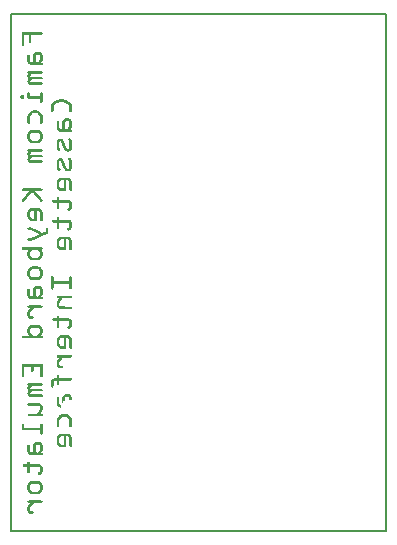
<source format=gbo>
G04 MADE WITH FRITZING*
G04 WWW.FRITZING.ORG*
G04 DOUBLE SIDED*
G04 HOLES PLATED*
G04 CONTOUR ON CENTER OF CONTOUR VECTOR*
%ASAXBY*%
%FSLAX23Y23*%
%MOIN*%
%OFA0B0*%
%SFA1.0B1.0*%
%ADD10R,1.259840X1.732280X1.243840X1.716280*%
%ADD11C,0.008000*%
%ADD12R,0.001000X0.001000*%
%LNSILK0*%
G90*
G70*
G54D11*
X4Y1728D02*
X1256Y1728D01*
X1256Y4D01*
X4Y4D01*
X4Y1728D01*
D02*
G54D12*
X41Y1665D02*
X107Y1665D01*
X41Y1664D02*
X109Y1664D01*
X41Y1663D02*
X109Y1663D01*
X41Y1662D02*
X110Y1662D01*
X41Y1661D02*
X110Y1661D01*
X41Y1660D02*
X110Y1660D01*
X41Y1659D02*
X110Y1659D01*
X41Y1658D02*
X109Y1658D01*
X41Y1657D02*
X108Y1657D01*
X41Y1656D02*
X49Y1656D01*
X64Y1656D02*
X72Y1656D01*
X41Y1655D02*
X49Y1655D01*
X64Y1655D02*
X72Y1655D01*
X41Y1654D02*
X49Y1654D01*
X64Y1654D02*
X72Y1654D01*
X41Y1653D02*
X49Y1653D01*
X64Y1653D02*
X72Y1653D01*
X41Y1652D02*
X49Y1652D01*
X64Y1652D02*
X72Y1652D01*
X41Y1651D02*
X49Y1651D01*
X64Y1651D02*
X72Y1651D01*
X41Y1650D02*
X49Y1650D01*
X64Y1650D02*
X72Y1650D01*
X41Y1649D02*
X49Y1649D01*
X64Y1649D02*
X72Y1649D01*
X41Y1648D02*
X49Y1648D01*
X64Y1648D02*
X72Y1648D01*
X41Y1647D02*
X49Y1647D01*
X64Y1647D02*
X72Y1647D01*
X41Y1646D02*
X49Y1646D01*
X64Y1646D02*
X72Y1646D01*
X41Y1645D02*
X49Y1645D01*
X64Y1645D02*
X72Y1645D01*
X41Y1644D02*
X49Y1644D01*
X64Y1644D02*
X72Y1644D01*
X41Y1643D02*
X49Y1643D01*
X64Y1643D02*
X72Y1643D01*
X41Y1642D02*
X49Y1642D01*
X64Y1642D02*
X72Y1642D01*
X41Y1641D02*
X49Y1641D01*
X64Y1641D02*
X72Y1641D01*
X41Y1640D02*
X49Y1640D01*
X64Y1640D02*
X72Y1640D01*
X41Y1639D02*
X49Y1639D01*
X64Y1639D02*
X72Y1639D01*
X41Y1638D02*
X49Y1638D01*
X64Y1638D02*
X72Y1638D01*
X41Y1637D02*
X49Y1637D01*
X64Y1637D02*
X72Y1637D01*
X41Y1636D02*
X49Y1636D01*
X64Y1636D02*
X72Y1636D01*
X41Y1635D02*
X49Y1635D01*
X64Y1635D02*
X72Y1635D01*
X41Y1634D02*
X49Y1634D01*
X64Y1634D02*
X72Y1634D01*
X41Y1633D02*
X49Y1633D01*
X64Y1633D02*
X72Y1633D01*
X41Y1632D02*
X49Y1632D01*
X64Y1632D02*
X72Y1632D01*
X41Y1631D02*
X49Y1631D01*
X65Y1631D02*
X71Y1631D01*
X41Y1630D02*
X49Y1630D01*
X66Y1630D02*
X70Y1630D01*
X41Y1629D02*
X49Y1629D01*
X41Y1628D02*
X49Y1628D01*
X41Y1627D02*
X49Y1627D01*
X41Y1626D02*
X49Y1626D01*
X41Y1625D02*
X49Y1625D01*
X41Y1624D02*
X49Y1624D01*
X42Y1623D02*
X49Y1623D01*
X42Y1622D02*
X48Y1622D01*
X43Y1621D02*
X47Y1621D01*
X91Y1600D02*
X99Y1600D01*
X87Y1599D02*
X102Y1599D01*
X85Y1598D02*
X104Y1598D01*
X84Y1597D02*
X105Y1597D01*
X83Y1596D02*
X106Y1596D01*
X82Y1595D02*
X107Y1595D01*
X81Y1594D02*
X108Y1594D01*
X81Y1593D02*
X109Y1593D01*
X80Y1592D02*
X109Y1592D01*
X63Y1591D02*
X65Y1591D01*
X80Y1591D02*
X91Y1591D01*
X98Y1591D02*
X109Y1591D01*
X62Y1590D02*
X67Y1590D01*
X80Y1590D02*
X89Y1590D01*
X100Y1590D02*
X110Y1590D01*
X61Y1589D02*
X67Y1589D01*
X79Y1589D02*
X88Y1589D01*
X101Y1589D02*
X110Y1589D01*
X60Y1588D02*
X68Y1588D01*
X79Y1588D02*
X87Y1588D01*
X102Y1588D02*
X110Y1588D01*
X60Y1587D02*
X68Y1587D01*
X79Y1587D02*
X87Y1587D01*
X102Y1587D02*
X110Y1587D01*
X60Y1586D02*
X68Y1586D01*
X79Y1586D02*
X87Y1586D01*
X102Y1586D02*
X110Y1586D01*
X60Y1585D02*
X68Y1585D01*
X79Y1585D02*
X87Y1585D01*
X102Y1585D02*
X110Y1585D01*
X60Y1584D02*
X68Y1584D01*
X79Y1584D02*
X87Y1584D01*
X102Y1584D02*
X110Y1584D01*
X60Y1583D02*
X68Y1583D01*
X79Y1583D02*
X87Y1583D01*
X102Y1583D02*
X110Y1583D01*
X60Y1582D02*
X68Y1582D01*
X79Y1582D02*
X87Y1582D01*
X102Y1582D02*
X110Y1582D01*
X60Y1581D02*
X68Y1581D01*
X79Y1581D02*
X87Y1581D01*
X102Y1581D02*
X110Y1581D01*
X60Y1580D02*
X68Y1580D01*
X79Y1580D02*
X87Y1580D01*
X102Y1580D02*
X110Y1580D01*
X60Y1579D02*
X68Y1579D01*
X79Y1579D02*
X87Y1579D01*
X102Y1579D02*
X110Y1579D01*
X60Y1578D02*
X68Y1578D01*
X79Y1578D02*
X87Y1578D01*
X102Y1578D02*
X110Y1578D01*
X60Y1577D02*
X68Y1577D01*
X79Y1577D02*
X87Y1577D01*
X102Y1577D02*
X110Y1577D01*
X60Y1576D02*
X68Y1576D01*
X79Y1576D02*
X87Y1576D01*
X102Y1576D02*
X110Y1576D01*
X60Y1575D02*
X68Y1575D01*
X79Y1575D02*
X87Y1575D01*
X102Y1575D02*
X110Y1575D01*
X60Y1574D02*
X68Y1574D01*
X79Y1574D02*
X87Y1574D01*
X102Y1574D02*
X110Y1574D01*
X60Y1573D02*
X68Y1573D01*
X79Y1573D02*
X87Y1573D01*
X101Y1573D02*
X110Y1573D01*
X60Y1572D02*
X68Y1572D01*
X79Y1572D02*
X87Y1572D01*
X100Y1572D02*
X110Y1572D01*
X60Y1571D02*
X68Y1571D01*
X79Y1571D02*
X87Y1571D01*
X100Y1571D02*
X109Y1571D01*
X60Y1570D02*
X68Y1570D01*
X79Y1570D02*
X87Y1570D01*
X99Y1570D02*
X109Y1570D01*
X60Y1569D02*
X68Y1569D01*
X79Y1569D02*
X87Y1569D01*
X99Y1569D02*
X108Y1569D01*
X60Y1568D02*
X69Y1568D01*
X79Y1568D02*
X88Y1568D01*
X98Y1568D02*
X108Y1568D01*
X60Y1567D02*
X69Y1567D01*
X79Y1567D02*
X88Y1567D01*
X98Y1567D02*
X107Y1567D01*
X61Y1566D02*
X71Y1566D01*
X80Y1566D02*
X89Y1566D01*
X97Y1566D02*
X107Y1566D01*
X61Y1565D02*
X106Y1565D01*
X62Y1564D02*
X108Y1564D01*
X62Y1563D02*
X109Y1563D01*
X63Y1562D02*
X110Y1562D01*
X64Y1561D02*
X110Y1561D01*
X65Y1560D02*
X110Y1560D01*
X66Y1559D02*
X110Y1559D01*
X68Y1558D02*
X110Y1558D01*
X70Y1557D02*
X109Y1557D01*
X89Y1556D02*
X108Y1556D01*
X62Y1535D02*
X108Y1535D01*
X61Y1534D02*
X109Y1534D01*
X60Y1533D02*
X110Y1533D01*
X60Y1532D02*
X110Y1532D01*
X60Y1531D02*
X110Y1531D01*
X60Y1530D02*
X110Y1530D01*
X61Y1529D02*
X109Y1529D01*
X62Y1528D02*
X109Y1528D01*
X63Y1527D02*
X106Y1527D01*
X62Y1526D02*
X73Y1526D01*
X62Y1525D02*
X72Y1525D01*
X61Y1524D02*
X72Y1524D01*
X61Y1523D02*
X71Y1523D01*
X60Y1522D02*
X70Y1522D01*
X60Y1521D02*
X69Y1521D01*
X60Y1520D02*
X68Y1520D01*
X60Y1519D02*
X68Y1519D01*
X60Y1518D02*
X69Y1518D01*
X60Y1517D02*
X107Y1517D01*
X61Y1516D02*
X109Y1516D01*
X61Y1515D02*
X109Y1515D01*
X61Y1514D02*
X110Y1514D01*
X62Y1513D02*
X110Y1513D01*
X63Y1512D02*
X110Y1512D01*
X64Y1511D02*
X110Y1511D01*
X64Y1510D02*
X109Y1510D01*
X63Y1509D02*
X108Y1509D01*
X62Y1508D02*
X73Y1508D01*
X62Y1507D02*
X72Y1507D01*
X61Y1506D02*
X71Y1506D01*
X61Y1505D02*
X71Y1505D01*
X61Y1504D02*
X70Y1504D01*
X60Y1503D02*
X69Y1503D01*
X60Y1502D02*
X68Y1502D01*
X60Y1501D02*
X68Y1501D01*
X61Y1500D02*
X73Y1500D01*
X61Y1499D02*
X101Y1499D01*
X61Y1498D02*
X108Y1498D01*
X62Y1497D02*
X109Y1497D01*
X62Y1496D02*
X110Y1496D01*
X63Y1495D02*
X110Y1495D01*
X64Y1494D02*
X110Y1494D01*
X65Y1493D02*
X110Y1493D01*
X67Y1492D02*
X109Y1492D01*
X73Y1491D02*
X109Y1491D01*
X100Y1490D02*
X107Y1490D01*
X62Y1465D02*
X66Y1465D01*
X104Y1465D02*
X108Y1465D01*
X61Y1464D02*
X67Y1464D01*
X103Y1464D02*
X109Y1464D01*
X61Y1463D02*
X68Y1463D01*
X102Y1463D02*
X110Y1463D01*
X60Y1462D02*
X68Y1462D01*
X102Y1462D02*
X110Y1462D01*
X60Y1461D02*
X68Y1461D01*
X102Y1461D02*
X110Y1461D01*
X60Y1460D02*
X68Y1460D01*
X102Y1460D02*
X110Y1460D01*
X60Y1459D02*
X68Y1459D01*
X102Y1459D02*
X110Y1459D01*
X60Y1458D02*
X68Y1458D01*
X102Y1458D02*
X110Y1458D01*
X60Y1457D02*
X68Y1457D01*
X102Y1457D02*
X110Y1457D01*
X39Y1456D02*
X47Y1456D01*
X60Y1456D02*
X68Y1456D01*
X102Y1456D02*
X110Y1456D01*
X38Y1455D02*
X48Y1455D01*
X60Y1455D02*
X68Y1455D01*
X102Y1455D02*
X110Y1455D01*
X38Y1454D02*
X49Y1454D01*
X60Y1454D02*
X68Y1454D01*
X102Y1454D02*
X110Y1454D01*
X37Y1453D02*
X49Y1453D01*
X60Y1453D02*
X68Y1453D01*
X102Y1453D02*
X110Y1453D01*
X37Y1452D02*
X49Y1452D01*
X60Y1452D02*
X110Y1452D01*
X37Y1451D02*
X49Y1451D01*
X60Y1451D02*
X110Y1451D01*
X37Y1450D02*
X49Y1450D01*
X60Y1450D02*
X110Y1450D01*
X37Y1449D02*
X49Y1449D01*
X60Y1449D02*
X110Y1449D01*
X37Y1448D02*
X49Y1448D01*
X60Y1448D02*
X110Y1448D01*
X37Y1447D02*
X49Y1447D01*
X60Y1447D02*
X110Y1447D01*
X38Y1446D02*
X49Y1446D01*
X61Y1446D02*
X110Y1446D01*
X38Y1445D02*
X48Y1445D01*
X61Y1445D02*
X110Y1445D01*
X39Y1444D02*
X47Y1444D01*
X62Y1444D02*
X110Y1444D01*
X172Y1444D02*
X175Y1444D01*
X102Y1443D02*
X110Y1443D01*
X167Y1443D02*
X179Y1443D01*
X102Y1442D02*
X110Y1442D01*
X165Y1442D02*
X182Y1442D01*
X102Y1441D02*
X110Y1441D01*
X163Y1441D02*
X184Y1441D01*
X102Y1440D02*
X110Y1440D01*
X161Y1440D02*
X186Y1440D01*
X102Y1439D02*
X110Y1439D01*
X159Y1439D02*
X188Y1439D01*
X102Y1438D02*
X110Y1438D01*
X157Y1438D02*
X190Y1438D01*
X102Y1437D02*
X110Y1437D01*
X154Y1437D02*
X192Y1437D01*
X102Y1436D02*
X110Y1436D01*
X152Y1436D02*
X194Y1436D01*
X102Y1435D02*
X110Y1435D01*
X150Y1435D02*
X196Y1435D01*
X102Y1434D02*
X110Y1434D01*
X148Y1434D02*
X168Y1434D01*
X178Y1434D02*
X198Y1434D01*
X102Y1433D02*
X110Y1433D01*
X146Y1433D02*
X166Y1433D01*
X181Y1433D02*
X200Y1433D01*
X103Y1432D02*
X109Y1432D01*
X145Y1432D02*
X164Y1432D01*
X183Y1432D02*
X202Y1432D01*
X104Y1431D02*
X108Y1431D01*
X143Y1431D02*
X162Y1431D01*
X184Y1431D02*
X203Y1431D01*
X106Y1430D02*
X106Y1430D01*
X142Y1430D02*
X160Y1430D01*
X186Y1430D02*
X204Y1430D01*
X141Y1429D02*
X158Y1429D01*
X188Y1429D02*
X205Y1429D01*
X141Y1428D02*
X156Y1428D01*
X190Y1428D02*
X206Y1428D01*
X140Y1427D02*
X154Y1427D01*
X192Y1427D02*
X206Y1427D01*
X140Y1426D02*
X152Y1426D01*
X194Y1426D02*
X207Y1426D01*
X139Y1425D02*
X150Y1425D01*
X196Y1425D02*
X207Y1425D01*
X139Y1424D02*
X148Y1424D01*
X198Y1424D02*
X208Y1424D01*
X139Y1423D02*
X147Y1423D01*
X199Y1423D02*
X208Y1423D01*
X139Y1422D02*
X147Y1422D01*
X200Y1422D02*
X208Y1422D01*
X138Y1421D02*
X147Y1421D01*
X200Y1421D02*
X208Y1421D01*
X138Y1420D02*
X147Y1420D01*
X200Y1420D02*
X208Y1420D01*
X138Y1419D02*
X147Y1419D01*
X200Y1419D02*
X208Y1419D01*
X138Y1418D02*
X147Y1418D01*
X200Y1418D02*
X208Y1418D01*
X138Y1417D02*
X147Y1417D01*
X200Y1417D02*
X208Y1417D01*
X138Y1416D02*
X147Y1416D01*
X200Y1416D02*
X208Y1416D01*
X138Y1415D02*
X147Y1415D01*
X200Y1415D02*
X208Y1415D01*
X138Y1414D02*
X147Y1414D01*
X200Y1414D02*
X208Y1414D01*
X138Y1413D02*
X147Y1413D01*
X200Y1413D02*
X208Y1413D01*
X138Y1412D02*
X147Y1412D01*
X200Y1412D02*
X208Y1412D01*
X138Y1411D02*
X147Y1411D01*
X200Y1411D02*
X208Y1411D01*
X138Y1410D02*
X147Y1410D01*
X200Y1410D02*
X208Y1410D01*
X138Y1409D02*
X147Y1409D01*
X200Y1409D02*
X208Y1409D01*
X138Y1408D02*
X147Y1408D01*
X200Y1408D02*
X208Y1408D01*
X138Y1407D02*
X147Y1407D01*
X200Y1407D02*
X208Y1407D01*
X138Y1406D02*
X147Y1406D01*
X200Y1406D02*
X208Y1406D01*
X78Y1405D02*
X92Y1405D01*
X138Y1405D02*
X147Y1405D01*
X200Y1405D02*
X208Y1405D01*
X75Y1404D02*
X96Y1404D01*
X138Y1404D02*
X147Y1404D01*
X200Y1404D02*
X208Y1404D01*
X73Y1403D02*
X97Y1403D01*
X138Y1403D02*
X146Y1403D01*
X200Y1403D02*
X208Y1403D01*
X72Y1402D02*
X99Y1402D01*
X139Y1402D02*
X146Y1402D01*
X200Y1402D02*
X208Y1402D01*
X70Y1401D02*
X100Y1401D01*
X139Y1401D02*
X146Y1401D01*
X201Y1401D02*
X207Y1401D01*
X70Y1400D02*
X101Y1400D01*
X140Y1400D02*
X145Y1400D01*
X202Y1400D02*
X207Y1400D01*
X69Y1399D02*
X102Y1399D01*
X142Y1399D02*
X143Y1399D01*
X204Y1399D02*
X204Y1399D01*
X68Y1398D02*
X102Y1398D01*
X67Y1397D02*
X103Y1397D01*
X66Y1396D02*
X78Y1396D01*
X91Y1396D02*
X104Y1396D01*
X65Y1395D02*
X76Y1395D01*
X94Y1395D02*
X105Y1395D01*
X64Y1394D02*
X75Y1394D01*
X95Y1394D02*
X106Y1394D01*
X63Y1393D02*
X75Y1393D01*
X96Y1393D02*
X107Y1393D01*
X63Y1392D02*
X74Y1392D01*
X97Y1392D02*
X107Y1392D01*
X62Y1391D02*
X73Y1391D01*
X97Y1391D02*
X108Y1391D01*
X62Y1390D02*
X72Y1390D01*
X98Y1390D02*
X109Y1390D01*
X61Y1389D02*
X71Y1389D01*
X99Y1389D02*
X109Y1389D01*
X61Y1388D02*
X70Y1388D01*
X100Y1388D02*
X110Y1388D01*
X60Y1387D02*
X69Y1387D01*
X101Y1387D02*
X110Y1387D01*
X60Y1386D02*
X69Y1386D01*
X101Y1386D02*
X110Y1386D01*
X60Y1385D02*
X68Y1385D01*
X102Y1385D02*
X110Y1385D01*
X60Y1384D02*
X68Y1384D01*
X102Y1384D02*
X110Y1384D01*
X60Y1383D02*
X68Y1383D01*
X102Y1383D02*
X110Y1383D01*
X60Y1382D02*
X68Y1382D01*
X102Y1382D02*
X110Y1382D01*
X60Y1381D02*
X68Y1381D01*
X102Y1381D02*
X110Y1381D01*
X60Y1380D02*
X68Y1380D01*
X102Y1380D02*
X110Y1380D01*
X60Y1379D02*
X68Y1379D01*
X102Y1379D02*
X110Y1379D01*
X60Y1378D02*
X68Y1378D01*
X102Y1378D02*
X110Y1378D01*
X187Y1378D02*
X198Y1378D01*
X60Y1377D02*
X68Y1377D01*
X102Y1377D02*
X110Y1377D01*
X184Y1377D02*
X201Y1377D01*
X60Y1376D02*
X68Y1376D01*
X102Y1376D02*
X110Y1376D01*
X183Y1376D02*
X202Y1376D01*
X60Y1375D02*
X68Y1375D01*
X102Y1375D02*
X110Y1375D01*
X182Y1375D02*
X204Y1375D01*
X60Y1374D02*
X68Y1374D01*
X102Y1374D02*
X110Y1374D01*
X181Y1374D02*
X205Y1374D01*
X60Y1373D02*
X68Y1373D01*
X102Y1373D02*
X110Y1373D01*
X180Y1373D02*
X205Y1373D01*
X60Y1372D02*
X68Y1372D01*
X102Y1372D02*
X110Y1372D01*
X179Y1372D02*
X206Y1372D01*
X60Y1371D02*
X68Y1371D01*
X102Y1371D02*
X110Y1371D01*
X178Y1371D02*
X207Y1371D01*
X60Y1370D02*
X68Y1370D01*
X102Y1370D02*
X110Y1370D01*
X178Y1370D02*
X207Y1370D01*
X60Y1369D02*
X68Y1369D01*
X102Y1369D02*
X110Y1369D01*
X160Y1369D02*
X163Y1369D01*
X178Y1369D02*
X188Y1369D01*
X197Y1369D02*
X208Y1369D01*
X60Y1368D02*
X68Y1368D01*
X102Y1368D02*
X110Y1368D01*
X159Y1368D02*
X165Y1368D01*
X177Y1368D02*
X187Y1368D01*
X199Y1368D02*
X208Y1368D01*
X60Y1367D02*
X68Y1367D01*
X102Y1367D02*
X110Y1367D01*
X158Y1367D02*
X165Y1367D01*
X177Y1367D02*
X186Y1367D01*
X199Y1367D02*
X208Y1367D01*
X60Y1366D02*
X68Y1366D01*
X102Y1366D02*
X110Y1366D01*
X158Y1366D02*
X166Y1366D01*
X177Y1366D02*
X185Y1366D01*
X200Y1366D02*
X208Y1366D01*
X60Y1365D02*
X68Y1365D01*
X102Y1365D02*
X110Y1365D01*
X158Y1365D02*
X166Y1365D01*
X177Y1365D02*
X185Y1365D01*
X200Y1365D02*
X208Y1365D01*
X60Y1364D02*
X68Y1364D01*
X102Y1364D02*
X110Y1364D01*
X158Y1364D02*
X166Y1364D01*
X177Y1364D02*
X185Y1364D01*
X200Y1364D02*
X208Y1364D01*
X61Y1363D02*
X68Y1363D01*
X103Y1363D02*
X110Y1363D01*
X158Y1363D02*
X166Y1363D01*
X177Y1363D02*
X185Y1363D01*
X200Y1363D02*
X208Y1363D01*
X61Y1362D02*
X67Y1362D01*
X103Y1362D02*
X109Y1362D01*
X158Y1362D02*
X166Y1362D01*
X177Y1362D02*
X185Y1362D01*
X200Y1362D02*
X208Y1362D01*
X62Y1361D02*
X66Y1361D01*
X104Y1361D02*
X108Y1361D01*
X158Y1361D02*
X166Y1361D01*
X177Y1361D02*
X185Y1361D01*
X200Y1361D02*
X208Y1361D01*
X158Y1360D02*
X166Y1360D01*
X177Y1360D02*
X185Y1360D01*
X200Y1360D02*
X208Y1360D01*
X158Y1359D02*
X166Y1359D01*
X177Y1359D02*
X185Y1359D01*
X200Y1359D02*
X208Y1359D01*
X158Y1358D02*
X166Y1358D01*
X177Y1358D02*
X185Y1358D01*
X200Y1358D02*
X208Y1358D01*
X158Y1357D02*
X166Y1357D01*
X177Y1357D02*
X185Y1357D01*
X200Y1357D02*
X208Y1357D01*
X158Y1356D02*
X166Y1356D01*
X177Y1356D02*
X185Y1356D01*
X200Y1356D02*
X208Y1356D01*
X158Y1355D02*
X166Y1355D01*
X177Y1355D02*
X185Y1355D01*
X200Y1355D02*
X208Y1355D01*
X158Y1354D02*
X166Y1354D01*
X177Y1354D02*
X185Y1354D01*
X200Y1354D02*
X208Y1354D01*
X158Y1353D02*
X166Y1353D01*
X177Y1353D02*
X185Y1353D01*
X200Y1353D02*
X208Y1353D01*
X158Y1352D02*
X166Y1352D01*
X177Y1352D02*
X185Y1352D01*
X200Y1352D02*
X208Y1352D01*
X158Y1351D02*
X166Y1351D01*
X177Y1351D02*
X185Y1351D01*
X199Y1351D02*
X208Y1351D01*
X158Y1350D02*
X166Y1350D01*
X177Y1350D02*
X185Y1350D01*
X198Y1350D02*
X208Y1350D01*
X158Y1349D02*
X166Y1349D01*
X177Y1349D02*
X185Y1349D01*
X198Y1349D02*
X208Y1349D01*
X158Y1348D02*
X166Y1348D01*
X177Y1348D02*
X185Y1348D01*
X197Y1348D02*
X207Y1348D01*
X158Y1347D02*
X166Y1347D01*
X177Y1347D02*
X185Y1347D01*
X197Y1347D02*
X206Y1347D01*
X158Y1346D02*
X166Y1346D01*
X177Y1346D02*
X185Y1346D01*
X196Y1346D02*
X206Y1346D01*
X158Y1345D02*
X167Y1345D01*
X177Y1345D02*
X186Y1345D01*
X196Y1345D02*
X205Y1345D01*
X158Y1344D02*
X169Y1344D01*
X177Y1344D02*
X187Y1344D01*
X195Y1344D02*
X205Y1344D01*
X159Y1343D02*
X189Y1343D01*
X194Y1343D02*
X204Y1343D01*
X159Y1342D02*
X205Y1342D01*
X160Y1341D02*
X207Y1341D01*
X75Y1340D02*
X95Y1340D01*
X160Y1340D02*
X208Y1340D01*
X71Y1339D02*
X99Y1339D01*
X161Y1339D02*
X208Y1339D01*
X69Y1338D02*
X101Y1338D01*
X162Y1338D02*
X208Y1338D01*
X68Y1337D02*
X103Y1337D01*
X163Y1337D02*
X208Y1337D01*
X67Y1336D02*
X104Y1336D01*
X165Y1336D02*
X208Y1336D01*
X66Y1335D02*
X105Y1335D01*
X167Y1335D02*
X207Y1335D01*
X65Y1334D02*
X105Y1334D01*
X182Y1334D02*
X206Y1334D01*
X64Y1333D02*
X106Y1333D01*
X63Y1332D02*
X107Y1332D01*
X62Y1331D02*
X75Y1331D01*
X95Y1331D02*
X108Y1331D01*
X62Y1330D02*
X73Y1330D01*
X98Y1330D02*
X108Y1330D01*
X61Y1329D02*
X72Y1329D01*
X99Y1329D02*
X109Y1329D01*
X61Y1328D02*
X71Y1328D01*
X100Y1328D02*
X109Y1328D01*
X61Y1327D02*
X70Y1327D01*
X100Y1327D02*
X110Y1327D01*
X60Y1326D02*
X69Y1326D01*
X101Y1326D02*
X110Y1326D01*
X60Y1325D02*
X68Y1325D01*
X102Y1325D02*
X110Y1325D01*
X60Y1324D02*
X68Y1324D01*
X102Y1324D02*
X110Y1324D01*
X60Y1323D02*
X68Y1323D01*
X102Y1323D02*
X110Y1323D01*
X60Y1322D02*
X68Y1322D01*
X102Y1322D02*
X110Y1322D01*
X60Y1321D02*
X68Y1321D01*
X102Y1321D02*
X110Y1321D01*
X60Y1320D02*
X68Y1320D01*
X102Y1320D02*
X110Y1320D01*
X60Y1319D02*
X68Y1319D01*
X102Y1319D02*
X110Y1319D01*
X60Y1318D02*
X68Y1318D01*
X102Y1318D02*
X110Y1318D01*
X60Y1317D02*
X68Y1317D01*
X102Y1317D02*
X110Y1317D01*
X60Y1316D02*
X68Y1316D01*
X102Y1316D02*
X110Y1316D01*
X60Y1315D02*
X68Y1315D01*
X102Y1315D02*
X110Y1315D01*
X60Y1314D02*
X68Y1314D01*
X102Y1314D02*
X110Y1314D01*
X60Y1313D02*
X68Y1313D01*
X102Y1313D02*
X110Y1313D01*
X60Y1312D02*
X68Y1312D01*
X102Y1312D02*
X110Y1312D01*
X198Y1312D02*
X202Y1312D01*
X60Y1311D02*
X68Y1311D01*
X102Y1311D02*
X110Y1311D01*
X165Y1311D02*
X172Y1311D01*
X197Y1311D02*
X203Y1311D01*
X60Y1310D02*
X69Y1310D01*
X101Y1310D02*
X110Y1310D01*
X163Y1310D02*
X174Y1310D01*
X197Y1310D02*
X204Y1310D01*
X60Y1309D02*
X69Y1309D01*
X101Y1309D02*
X110Y1309D01*
X162Y1309D02*
X175Y1309D01*
X196Y1309D02*
X205Y1309D01*
X61Y1308D02*
X70Y1308D01*
X100Y1308D02*
X109Y1308D01*
X161Y1308D02*
X177Y1308D01*
X196Y1308D02*
X206Y1308D01*
X61Y1307D02*
X71Y1307D01*
X99Y1307D02*
X109Y1307D01*
X160Y1307D02*
X178Y1307D01*
X196Y1307D02*
X206Y1307D01*
X62Y1306D02*
X72Y1306D01*
X98Y1306D02*
X109Y1306D01*
X159Y1306D02*
X178Y1306D01*
X197Y1306D02*
X207Y1306D01*
X62Y1305D02*
X73Y1305D01*
X97Y1305D02*
X108Y1305D01*
X159Y1305D02*
X179Y1305D01*
X198Y1305D02*
X207Y1305D01*
X63Y1304D02*
X107Y1304D01*
X158Y1304D02*
X179Y1304D01*
X198Y1304D02*
X207Y1304D01*
X64Y1303D02*
X107Y1303D01*
X158Y1303D02*
X180Y1303D01*
X199Y1303D02*
X208Y1303D01*
X65Y1302D02*
X106Y1302D01*
X158Y1302D02*
X167Y1302D01*
X171Y1302D02*
X180Y1302D01*
X199Y1302D02*
X208Y1302D01*
X65Y1301D02*
X105Y1301D01*
X158Y1301D02*
X166Y1301D01*
X172Y1301D02*
X181Y1301D01*
X200Y1301D02*
X208Y1301D01*
X66Y1300D02*
X104Y1300D01*
X158Y1300D02*
X166Y1300D01*
X172Y1300D02*
X181Y1300D01*
X200Y1300D02*
X208Y1300D01*
X67Y1299D02*
X103Y1299D01*
X158Y1299D02*
X166Y1299D01*
X173Y1299D02*
X181Y1299D01*
X200Y1299D02*
X208Y1299D01*
X68Y1298D02*
X102Y1298D01*
X158Y1298D02*
X166Y1298D01*
X173Y1298D02*
X182Y1298D01*
X200Y1298D02*
X208Y1298D01*
X70Y1297D02*
X100Y1297D01*
X158Y1297D02*
X166Y1297D01*
X173Y1297D02*
X182Y1297D01*
X200Y1297D02*
X208Y1297D01*
X72Y1296D02*
X98Y1296D01*
X158Y1296D02*
X166Y1296D01*
X174Y1296D02*
X183Y1296D01*
X200Y1296D02*
X208Y1296D01*
X158Y1295D02*
X166Y1295D01*
X174Y1295D02*
X183Y1295D01*
X200Y1295D02*
X208Y1295D01*
X158Y1294D02*
X166Y1294D01*
X175Y1294D02*
X184Y1294D01*
X200Y1294D02*
X208Y1294D01*
X158Y1293D02*
X166Y1293D01*
X175Y1293D02*
X184Y1293D01*
X200Y1293D02*
X208Y1293D01*
X158Y1292D02*
X166Y1292D01*
X176Y1292D02*
X185Y1292D01*
X200Y1292D02*
X208Y1292D01*
X158Y1291D02*
X166Y1291D01*
X176Y1291D02*
X185Y1291D01*
X200Y1291D02*
X208Y1291D01*
X158Y1290D02*
X166Y1290D01*
X176Y1290D02*
X185Y1290D01*
X200Y1290D02*
X208Y1290D01*
X158Y1289D02*
X166Y1289D01*
X177Y1289D02*
X186Y1289D01*
X200Y1289D02*
X208Y1289D01*
X158Y1288D02*
X166Y1288D01*
X177Y1288D02*
X186Y1288D01*
X200Y1288D02*
X208Y1288D01*
X158Y1287D02*
X166Y1287D01*
X178Y1287D02*
X187Y1287D01*
X200Y1287D02*
X208Y1287D01*
X158Y1286D02*
X166Y1286D01*
X178Y1286D02*
X187Y1286D01*
X200Y1286D02*
X208Y1286D01*
X158Y1285D02*
X166Y1285D01*
X179Y1285D02*
X188Y1285D01*
X200Y1285D02*
X208Y1285D01*
X158Y1284D02*
X166Y1284D01*
X179Y1284D02*
X188Y1284D01*
X200Y1284D02*
X208Y1284D01*
X158Y1283D02*
X166Y1283D01*
X179Y1283D02*
X188Y1283D01*
X200Y1283D02*
X208Y1283D01*
X158Y1282D02*
X166Y1282D01*
X180Y1282D02*
X189Y1282D01*
X200Y1282D02*
X208Y1282D01*
X158Y1281D02*
X166Y1281D01*
X180Y1281D02*
X189Y1281D01*
X200Y1281D02*
X208Y1281D01*
X158Y1280D02*
X166Y1280D01*
X181Y1280D02*
X190Y1280D01*
X200Y1280D02*
X208Y1280D01*
X158Y1279D02*
X166Y1279D01*
X181Y1279D02*
X190Y1279D01*
X199Y1279D02*
X208Y1279D01*
X158Y1278D02*
X167Y1278D01*
X182Y1278D02*
X191Y1278D01*
X198Y1278D02*
X208Y1278D01*
X158Y1277D02*
X168Y1277D01*
X182Y1277D02*
X207Y1277D01*
X158Y1276D02*
X168Y1276D01*
X183Y1276D02*
X207Y1276D01*
X62Y1275D02*
X108Y1275D01*
X159Y1275D02*
X169Y1275D01*
X183Y1275D02*
X207Y1275D01*
X61Y1274D02*
X109Y1274D01*
X159Y1274D02*
X169Y1274D01*
X184Y1274D02*
X206Y1274D01*
X60Y1273D02*
X110Y1273D01*
X160Y1273D02*
X170Y1273D01*
X184Y1273D02*
X205Y1273D01*
X60Y1272D02*
X110Y1272D01*
X161Y1272D02*
X169Y1272D01*
X185Y1272D02*
X204Y1272D01*
X60Y1271D02*
X110Y1271D01*
X162Y1271D02*
X169Y1271D01*
X187Y1271D02*
X203Y1271D01*
X60Y1270D02*
X110Y1270D01*
X163Y1270D02*
X168Y1270D01*
X188Y1270D02*
X202Y1270D01*
X61Y1269D02*
X109Y1269D01*
X164Y1269D02*
X167Y1269D01*
X189Y1269D02*
X200Y1269D01*
X62Y1268D02*
X109Y1268D01*
X193Y1268D02*
X197Y1268D01*
X63Y1267D02*
X107Y1267D01*
X62Y1266D02*
X73Y1266D01*
X62Y1265D02*
X72Y1265D01*
X61Y1264D02*
X72Y1264D01*
X61Y1263D02*
X71Y1263D01*
X60Y1262D02*
X70Y1262D01*
X60Y1261D02*
X69Y1261D01*
X60Y1260D02*
X68Y1260D01*
X60Y1259D02*
X68Y1259D01*
X60Y1258D02*
X69Y1258D01*
X60Y1257D02*
X107Y1257D01*
X61Y1256D02*
X109Y1256D01*
X61Y1255D02*
X109Y1255D01*
X61Y1254D02*
X110Y1254D01*
X62Y1253D02*
X110Y1253D01*
X63Y1252D02*
X110Y1252D01*
X64Y1251D02*
X110Y1251D01*
X64Y1250D02*
X109Y1250D01*
X63Y1249D02*
X108Y1249D01*
X62Y1248D02*
X73Y1248D01*
X62Y1247D02*
X72Y1247D01*
X200Y1247D02*
X201Y1247D01*
X61Y1246D02*
X71Y1246D01*
X198Y1246D02*
X203Y1246D01*
X61Y1245D02*
X71Y1245D01*
X164Y1245D02*
X173Y1245D01*
X197Y1245D02*
X204Y1245D01*
X61Y1244D02*
X70Y1244D01*
X163Y1244D02*
X175Y1244D01*
X196Y1244D02*
X204Y1244D01*
X60Y1243D02*
X69Y1243D01*
X162Y1243D02*
X176Y1243D01*
X196Y1243D02*
X205Y1243D01*
X60Y1242D02*
X68Y1242D01*
X161Y1242D02*
X177Y1242D01*
X196Y1242D02*
X206Y1242D01*
X60Y1241D02*
X68Y1241D01*
X160Y1241D02*
X178Y1241D01*
X197Y1241D02*
X206Y1241D01*
X61Y1240D02*
X72Y1240D01*
X159Y1240D02*
X178Y1240D01*
X197Y1240D02*
X207Y1240D01*
X61Y1239D02*
X100Y1239D01*
X159Y1239D02*
X179Y1239D01*
X198Y1239D02*
X207Y1239D01*
X61Y1238D02*
X108Y1238D01*
X158Y1238D02*
X179Y1238D01*
X198Y1238D02*
X207Y1238D01*
X62Y1237D02*
X109Y1237D01*
X158Y1237D02*
X180Y1237D01*
X199Y1237D02*
X208Y1237D01*
X62Y1236D02*
X110Y1236D01*
X158Y1236D02*
X166Y1236D01*
X171Y1236D02*
X180Y1236D01*
X199Y1236D02*
X208Y1236D01*
X63Y1235D02*
X110Y1235D01*
X158Y1235D02*
X166Y1235D01*
X172Y1235D02*
X181Y1235D01*
X200Y1235D02*
X208Y1235D01*
X64Y1234D02*
X110Y1234D01*
X158Y1234D02*
X166Y1234D01*
X172Y1234D02*
X181Y1234D01*
X200Y1234D02*
X208Y1234D01*
X65Y1233D02*
X110Y1233D01*
X158Y1233D02*
X166Y1233D01*
X173Y1233D02*
X182Y1233D01*
X200Y1233D02*
X208Y1233D01*
X67Y1232D02*
X109Y1232D01*
X158Y1232D02*
X166Y1232D01*
X173Y1232D02*
X182Y1232D01*
X200Y1232D02*
X208Y1232D01*
X73Y1231D02*
X109Y1231D01*
X158Y1231D02*
X166Y1231D01*
X174Y1231D02*
X182Y1231D01*
X200Y1231D02*
X208Y1231D01*
X99Y1230D02*
X107Y1230D01*
X158Y1230D02*
X166Y1230D01*
X174Y1230D02*
X183Y1230D01*
X200Y1230D02*
X208Y1230D01*
X158Y1229D02*
X166Y1229D01*
X174Y1229D02*
X183Y1229D01*
X200Y1229D02*
X208Y1229D01*
X158Y1228D02*
X166Y1228D01*
X175Y1228D02*
X184Y1228D01*
X200Y1228D02*
X208Y1228D01*
X158Y1227D02*
X166Y1227D01*
X175Y1227D02*
X184Y1227D01*
X200Y1227D02*
X208Y1227D01*
X158Y1226D02*
X166Y1226D01*
X176Y1226D02*
X185Y1226D01*
X200Y1226D02*
X208Y1226D01*
X158Y1225D02*
X166Y1225D01*
X176Y1225D02*
X185Y1225D01*
X200Y1225D02*
X208Y1225D01*
X158Y1224D02*
X166Y1224D01*
X177Y1224D02*
X186Y1224D01*
X200Y1224D02*
X208Y1224D01*
X158Y1223D02*
X166Y1223D01*
X177Y1223D02*
X186Y1223D01*
X200Y1223D02*
X208Y1223D01*
X158Y1222D02*
X166Y1222D01*
X177Y1222D02*
X186Y1222D01*
X200Y1222D02*
X208Y1222D01*
X158Y1221D02*
X166Y1221D01*
X178Y1221D02*
X187Y1221D01*
X200Y1221D02*
X208Y1221D01*
X158Y1220D02*
X166Y1220D01*
X178Y1220D02*
X187Y1220D01*
X200Y1220D02*
X208Y1220D01*
X158Y1219D02*
X166Y1219D01*
X179Y1219D02*
X188Y1219D01*
X200Y1219D02*
X208Y1219D01*
X158Y1218D02*
X166Y1218D01*
X179Y1218D02*
X188Y1218D01*
X200Y1218D02*
X208Y1218D01*
X158Y1217D02*
X166Y1217D01*
X180Y1217D02*
X189Y1217D01*
X200Y1217D02*
X208Y1217D01*
X158Y1216D02*
X166Y1216D01*
X180Y1216D02*
X189Y1216D01*
X200Y1216D02*
X208Y1216D01*
X158Y1215D02*
X166Y1215D01*
X180Y1215D02*
X189Y1215D01*
X200Y1215D02*
X208Y1215D01*
X158Y1214D02*
X166Y1214D01*
X181Y1214D02*
X190Y1214D01*
X200Y1214D02*
X208Y1214D01*
X158Y1213D02*
X166Y1213D01*
X181Y1213D02*
X190Y1213D01*
X199Y1213D02*
X208Y1213D01*
X158Y1212D02*
X167Y1212D01*
X182Y1212D02*
X192Y1212D01*
X198Y1212D02*
X208Y1212D01*
X158Y1211D02*
X168Y1211D01*
X182Y1211D02*
X207Y1211D01*
X159Y1210D02*
X169Y1210D01*
X183Y1210D02*
X207Y1210D01*
X159Y1209D02*
X169Y1209D01*
X183Y1209D02*
X206Y1209D01*
X160Y1208D02*
X170Y1208D01*
X184Y1208D02*
X206Y1208D01*
X160Y1207D02*
X170Y1207D01*
X185Y1207D02*
X205Y1207D01*
X161Y1206D02*
X169Y1206D01*
X186Y1206D02*
X204Y1206D01*
X162Y1205D02*
X169Y1205D01*
X187Y1205D02*
X203Y1205D01*
X163Y1204D02*
X168Y1204D01*
X188Y1204D02*
X201Y1204D01*
X165Y1203D02*
X166Y1203D01*
X190Y1203D02*
X200Y1203D01*
X171Y1181D02*
X195Y1181D01*
X168Y1180D02*
X198Y1180D01*
X167Y1179D02*
X200Y1179D01*
X165Y1178D02*
X201Y1178D01*
X164Y1177D02*
X202Y1177D01*
X163Y1176D02*
X203Y1176D01*
X162Y1175D02*
X204Y1175D01*
X161Y1174D02*
X205Y1174D01*
X161Y1173D02*
X205Y1173D01*
X160Y1172D02*
X172Y1172D01*
X181Y1172D02*
X189Y1172D01*
X194Y1172D02*
X206Y1172D01*
X159Y1171D02*
X170Y1171D01*
X181Y1171D02*
X189Y1171D01*
X196Y1171D02*
X207Y1171D01*
X159Y1170D02*
X169Y1170D01*
X181Y1170D02*
X189Y1170D01*
X197Y1170D02*
X207Y1170D01*
X158Y1169D02*
X168Y1169D01*
X181Y1169D02*
X189Y1169D01*
X198Y1169D02*
X207Y1169D01*
X158Y1168D02*
X167Y1168D01*
X181Y1168D02*
X189Y1168D01*
X199Y1168D02*
X208Y1168D01*
X158Y1167D02*
X167Y1167D01*
X181Y1167D02*
X189Y1167D01*
X199Y1167D02*
X208Y1167D01*
X158Y1166D02*
X166Y1166D01*
X181Y1166D02*
X189Y1166D01*
X200Y1166D02*
X208Y1166D01*
X158Y1165D02*
X166Y1165D01*
X181Y1165D02*
X189Y1165D01*
X200Y1165D02*
X208Y1165D01*
X158Y1164D02*
X166Y1164D01*
X181Y1164D02*
X189Y1164D01*
X200Y1164D02*
X208Y1164D01*
X158Y1163D02*
X166Y1163D01*
X181Y1163D02*
X189Y1163D01*
X200Y1163D02*
X208Y1163D01*
X158Y1162D02*
X166Y1162D01*
X181Y1162D02*
X189Y1162D01*
X200Y1162D02*
X208Y1162D01*
X158Y1161D02*
X166Y1161D01*
X181Y1161D02*
X189Y1161D01*
X200Y1161D02*
X208Y1161D01*
X158Y1160D02*
X166Y1160D01*
X181Y1160D02*
X189Y1160D01*
X200Y1160D02*
X208Y1160D01*
X158Y1159D02*
X166Y1159D01*
X181Y1159D02*
X189Y1159D01*
X200Y1159D02*
X208Y1159D01*
X158Y1158D02*
X166Y1158D01*
X181Y1158D02*
X189Y1158D01*
X200Y1158D02*
X208Y1158D01*
X158Y1157D02*
X166Y1157D01*
X181Y1157D02*
X189Y1157D01*
X200Y1157D02*
X208Y1157D01*
X158Y1156D02*
X166Y1156D01*
X181Y1156D02*
X189Y1156D01*
X200Y1156D02*
X208Y1156D01*
X158Y1155D02*
X166Y1155D01*
X181Y1155D02*
X189Y1155D01*
X200Y1155D02*
X208Y1155D01*
X158Y1154D02*
X166Y1154D01*
X181Y1154D02*
X189Y1154D01*
X200Y1154D02*
X208Y1154D01*
X158Y1153D02*
X166Y1153D01*
X181Y1153D02*
X189Y1153D01*
X200Y1153D02*
X208Y1153D01*
X158Y1152D02*
X166Y1152D01*
X181Y1152D02*
X189Y1152D01*
X200Y1152D02*
X208Y1152D01*
X158Y1151D02*
X166Y1151D01*
X181Y1151D02*
X189Y1151D01*
X200Y1151D02*
X208Y1151D01*
X158Y1150D02*
X167Y1150D01*
X181Y1150D02*
X189Y1150D01*
X200Y1150D02*
X208Y1150D01*
X158Y1149D02*
X168Y1149D01*
X181Y1149D02*
X189Y1149D01*
X200Y1149D02*
X208Y1149D01*
X159Y1148D02*
X168Y1148D01*
X181Y1148D02*
X189Y1148D01*
X200Y1148D02*
X208Y1148D01*
X159Y1147D02*
X170Y1147D01*
X181Y1147D02*
X189Y1147D01*
X200Y1147D02*
X208Y1147D01*
X160Y1146D02*
X171Y1146D01*
X181Y1146D02*
X189Y1146D01*
X200Y1146D02*
X208Y1146D01*
X45Y1145D02*
X106Y1145D01*
X160Y1145D02*
X189Y1145D01*
X200Y1145D02*
X208Y1145D01*
X43Y1144D02*
X108Y1144D01*
X161Y1144D02*
X189Y1144D01*
X200Y1144D02*
X208Y1144D01*
X42Y1143D02*
X109Y1143D01*
X162Y1143D02*
X189Y1143D01*
X200Y1143D02*
X208Y1143D01*
X41Y1142D02*
X110Y1142D01*
X163Y1142D02*
X189Y1142D01*
X200Y1142D02*
X208Y1142D01*
X41Y1141D02*
X110Y1141D01*
X164Y1141D02*
X189Y1141D01*
X200Y1141D02*
X208Y1141D01*
X41Y1140D02*
X110Y1140D01*
X165Y1140D02*
X189Y1140D01*
X200Y1140D02*
X208Y1140D01*
X41Y1139D02*
X110Y1139D01*
X166Y1139D02*
X189Y1139D01*
X200Y1139D02*
X208Y1139D01*
X42Y1138D02*
X109Y1138D01*
X167Y1138D02*
X188Y1138D01*
X201Y1138D02*
X207Y1138D01*
X43Y1137D02*
X108Y1137D01*
X170Y1137D02*
X187Y1137D01*
X202Y1137D02*
X206Y1137D01*
X66Y1136D02*
X86Y1136D01*
X65Y1135D02*
X86Y1135D01*
X64Y1134D02*
X87Y1134D01*
X64Y1133D02*
X75Y1133D01*
X77Y1133D02*
X88Y1133D01*
X63Y1132D02*
X74Y1132D01*
X77Y1132D02*
X88Y1132D01*
X62Y1131D02*
X73Y1131D01*
X78Y1131D02*
X89Y1131D01*
X61Y1130D02*
X72Y1130D01*
X79Y1130D02*
X90Y1130D01*
X60Y1129D02*
X71Y1129D01*
X80Y1129D02*
X91Y1129D01*
X59Y1128D02*
X70Y1128D01*
X81Y1128D02*
X92Y1128D01*
X58Y1127D02*
X69Y1127D01*
X82Y1127D02*
X93Y1127D01*
X58Y1126D02*
X69Y1126D01*
X83Y1126D02*
X94Y1126D01*
X57Y1125D02*
X68Y1125D01*
X83Y1125D02*
X94Y1125D01*
X56Y1124D02*
X67Y1124D01*
X84Y1124D02*
X95Y1124D01*
X55Y1123D02*
X66Y1123D01*
X85Y1123D02*
X96Y1123D01*
X54Y1122D02*
X65Y1122D01*
X86Y1122D02*
X97Y1122D01*
X53Y1121D02*
X64Y1121D01*
X87Y1121D02*
X98Y1121D01*
X52Y1120D02*
X63Y1120D01*
X88Y1120D02*
X99Y1120D01*
X52Y1119D02*
X63Y1119D01*
X89Y1119D02*
X100Y1119D01*
X51Y1118D02*
X62Y1118D01*
X89Y1118D02*
X100Y1118D01*
X50Y1117D02*
X61Y1117D01*
X90Y1117D02*
X101Y1117D01*
X49Y1116D02*
X60Y1116D01*
X91Y1116D02*
X102Y1116D01*
X48Y1115D02*
X59Y1115D01*
X92Y1115D02*
X103Y1115D01*
X160Y1115D02*
X164Y1115D01*
X47Y1114D02*
X58Y1114D01*
X93Y1114D02*
X104Y1114D01*
X159Y1114D02*
X165Y1114D01*
X46Y1113D02*
X57Y1113D01*
X94Y1113D02*
X105Y1113D01*
X158Y1113D02*
X165Y1113D01*
X46Y1112D02*
X57Y1112D01*
X95Y1112D02*
X106Y1112D01*
X158Y1112D02*
X166Y1112D01*
X45Y1111D02*
X56Y1111D01*
X95Y1111D02*
X106Y1111D01*
X158Y1111D02*
X166Y1111D01*
X44Y1110D02*
X55Y1110D01*
X96Y1110D02*
X107Y1110D01*
X158Y1110D02*
X166Y1110D01*
X43Y1109D02*
X54Y1109D01*
X97Y1109D02*
X108Y1109D01*
X158Y1109D02*
X166Y1109D01*
X42Y1108D02*
X53Y1108D01*
X98Y1108D02*
X109Y1108D01*
X158Y1108D02*
X166Y1108D01*
X42Y1107D02*
X52Y1107D01*
X99Y1107D02*
X110Y1107D01*
X157Y1107D02*
X166Y1107D01*
X41Y1106D02*
X51Y1106D01*
X100Y1106D02*
X110Y1106D01*
X144Y1106D02*
X199Y1106D01*
X41Y1105D02*
X51Y1105D01*
X101Y1105D02*
X110Y1105D01*
X143Y1105D02*
X201Y1105D01*
X41Y1104D02*
X50Y1104D01*
X101Y1104D02*
X110Y1104D01*
X143Y1104D02*
X203Y1104D01*
X42Y1103D02*
X49Y1103D01*
X102Y1103D02*
X110Y1103D01*
X142Y1103D02*
X204Y1103D01*
X42Y1102D02*
X48Y1102D01*
X103Y1102D02*
X109Y1102D01*
X142Y1102D02*
X205Y1102D01*
X43Y1101D02*
X47Y1101D01*
X104Y1101D02*
X108Y1101D01*
X142Y1101D02*
X206Y1101D01*
X143Y1100D02*
X206Y1100D01*
X144Y1099D02*
X207Y1099D01*
X145Y1098D02*
X207Y1098D01*
X158Y1097D02*
X166Y1097D01*
X198Y1097D02*
X208Y1097D01*
X158Y1096D02*
X166Y1096D01*
X199Y1096D02*
X208Y1096D01*
X158Y1095D02*
X166Y1095D01*
X200Y1095D02*
X208Y1095D01*
X158Y1094D02*
X166Y1094D01*
X200Y1094D02*
X208Y1094D01*
X158Y1093D02*
X166Y1093D01*
X200Y1093D02*
X208Y1093D01*
X158Y1092D02*
X166Y1092D01*
X200Y1092D02*
X208Y1092D01*
X158Y1091D02*
X166Y1091D01*
X200Y1091D02*
X208Y1091D01*
X158Y1090D02*
X166Y1090D01*
X200Y1090D02*
X208Y1090D01*
X158Y1089D02*
X166Y1089D01*
X200Y1089D02*
X208Y1089D01*
X158Y1088D02*
X166Y1088D01*
X200Y1088D02*
X208Y1088D01*
X158Y1087D02*
X166Y1087D01*
X200Y1087D02*
X208Y1087D01*
X158Y1086D02*
X166Y1086D01*
X200Y1086D02*
X208Y1086D01*
X158Y1085D02*
X166Y1085D01*
X200Y1085D02*
X208Y1085D01*
X158Y1084D02*
X166Y1084D01*
X200Y1084D02*
X208Y1084D01*
X158Y1083D02*
X166Y1083D01*
X200Y1083D02*
X208Y1083D01*
X158Y1082D02*
X166Y1082D01*
X199Y1082D02*
X208Y1082D01*
X158Y1081D02*
X166Y1081D01*
X199Y1081D02*
X208Y1081D01*
X75Y1080D02*
X95Y1080D01*
X158Y1080D02*
X166Y1080D01*
X197Y1080D02*
X208Y1080D01*
X71Y1079D02*
X99Y1079D01*
X158Y1079D02*
X166Y1079D01*
X195Y1079D02*
X207Y1079D01*
X69Y1078D02*
X101Y1078D01*
X158Y1078D02*
X165Y1078D01*
X194Y1078D02*
X207Y1078D01*
X68Y1077D02*
X103Y1077D01*
X159Y1077D02*
X165Y1077D01*
X193Y1077D02*
X206Y1077D01*
X67Y1076D02*
X104Y1076D01*
X160Y1076D02*
X164Y1076D01*
X192Y1076D02*
X205Y1076D01*
X66Y1075D02*
X105Y1075D01*
X192Y1075D02*
X205Y1075D01*
X65Y1074D02*
X105Y1074D01*
X193Y1074D02*
X204Y1074D01*
X64Y1073D02*
X106Y1073D01*
X193Y1073D02*
X202Y1073D01*
X63Y1072D02*
X107Y1072D01*
X194Y1072D02*
X201Y1072D01*
X62Y1071D02*
X75Y1071D01*
X83Y1071D02*
X91Y1071D01*
X95Y1071D02*
X108Y1071D01*
X195Y1071D02*
X198Y1071D01*
X62Y1070D02*
X73Y1070D01*
X83Y1070D02*
X91Y1070D01*
X98Y1070D02*
X108Y1070D01*
X61Y1069D02*
X72Y1069D01*
X83Y1069D02*
X91Y1069D01*
X99Y1069D02*
X109Y1069D01*
X61Y1068D02*
X71Y1068D01*
X83Y1068D02*
X91Y1068D01*
X100Y1068D02*
X109Y1068D01*
X61Y1067D02*
X70Y1067D01*
X83Y1067D02*
X91Y1067D01*
X100Y1067D02*
X110Y1067D01*
X60Y1066D02*
X69Y1066D01*
X83Y1066D02*
X91Y1066D01*
X101Y1066D02*
X110Y1066D01*
X60Y1065D02*
X68Y1065D01*
X83Y1065D02*
X91Y1065D01*
X102Y1065D02*
X110Y1065D01*
X60Y1064D02*
X68Y1064D01*
X83Y1064D02*
X91Y1064D01*
X102Y1064D02*
X110Y1064D01*
X60Y1063D02*
X68Y1063D01*
X83Y1063D02*
X91Y1063D01*
X102Y1063D02*
X110Y1063D01*
X60Y1062D02*
X68Y1062D01*
X83Y1062D02*
X91Y1062D01*
X102Y1062D02*
X110Y1062D01*
X60Y1061D02*
X68Y1061D01*
X83Y1061D02*
X91Y1061D01*
X102Y1061D02*
X110Y1061D01*
X60Y1060D02*
X68Y1060D01*
X83Y1060D02*
X91Y1060D01*
X102Y1060D02*
X110Y1060D01*
X60Y1059D02*
X68Y1059D01*
X83Y1059D02*
X91Y1059D01*
X102Y1059D02*
X110Y1059D01*
X60Y1058D02*
X68Y1058D01*
X83Y1058D02*
X91Y1058D01*
X102Y1058D02*
X110Y1058D01*
X60Y1057D02*
X68Y1057D01*
X83Y1057D02*
X91Y1057D01*
X102Y1057D02*
X110Y1057D01*
X60Y1056D02*
X68Y1056D01*
X83Y1056D02*
X91Y1056D01*
X102Y1056D02*
X110Y1056D01*
X60Y1055D02*
X68Y1055D01*
X83Y1055D02*
X91Y1055D01*
X102Y1055D02*
X110Y1055D01*
X60Y1054D02*
X68Y1054D01*
X83Y1054D02*
X91Y1054D01*
X102Y1054D02*
X110Y1054D01*
X60Y1053D02*
X68Y1053D01*
X83Y1053D02*
X91Y1053D01*
X102Y1053D02*
X110Y1053D01*
X60Y1052D02*
X68Y1052D01*
X83Y1052D02*
X91Y1052D01*
X102Y1052D02*
X110Y1052D01*
X60Y1051D02*
X68Y1051D01*
X83Y1051D02*
X91Y1051D01*
X102Y1051D02*
X110Y1051D01*
X60Y1050D02*
X69Y1050D01*
X83Y1050D02*
X91Y1050D01*
X102Y1050D02*
X110Y1050D01*
X162Y1050D02*
X162Y1050D01*
X60Y1049D02*
X69Y1049D01*
X83Y1049D02*
X91Y1049D01*
X102Y1049D02*
X110Y1049D01*
X159Y1049D02*
X164Y1049D01*
X61Y1048D02*
X70Y1048D01*
X83Y1048D02*
X91Y1048D01*
X102Y1048D02*
X110Y1048D01*
X158Y1048D02*
X165Y1048D01*
X61Y1047D02*
X71Y1047D01*
X83Y1047D02*
X91Y1047D01*
X102Y1047D02*
X110Y1047D01*
X158Y1047D02*
X166Y1047D01*
X62Y1046D02*
X72Y1046D01*
X83Y1046D02*
X91Y1046D01*
X102Y1046D02*
X110Y1046D01*
X158Y1046D02*
X166Y1046D01*
X62Y1045D02*
X73Y1045D01*
X83Y1045D02*
X91Y1045D01*
X102Y1045D02*
X110Y1045D01*
X158Y1045D02*
X166Y1045D01*
X63Y1044D02*
X91Y1044D01*
X102Y1044D02*
X110Y1044D01*
X158Y1044D02*
X166Y1044D01*
X64Y1043D02*
X91Y1043D01*
X102Y1043D02*
X110Y1043D01*
X158Y1043D02*
X166Y1043D01*
X64Y1042D02*
X91Y1042D01*
X102Y1042D02*
X110Y1042D01*
X158Y1042D02*
X166Y1042D01*
X65Y1041D02*
X91Y1041D01*
X102Y1041D02*
X110Y1041D01*
X146Y1041D02*
X195Y1041D01*
X66Y1040D02*
X91Y1040D01*
X102Y1040D02*
X110Y1040D01*
X144Y1040D02*
X200Y1040D01*
X67Y1039D02*
X91Y1039D01*
X102Y1039D02*
X110Y1039D01*
X143Y1039D02*
X202Y1039D01*
X68Y1038D02*
X91Y1038D01*
X103Y1038D02*
X110Y1038D01*
X143Y1038D02*
X203Y1038D01*
X70Y1037D02*
X90Y1037D01*
X103Y1037D02*
X109Y1037D01*
X142Y1037D02*
X204Y1037D01*
X72Y1036D02*
X89Y1036D01*
X104Y1036D02*
X108Y1036D01*
X142Y1036D02*
X205Y1036D01*
X143Y1035D02*
X206Y1035D01*
X143Y1034D02*
X206Y1034D01*
X144Y1033D02*
X207Y1033D01*
X146Y1032D02*
X207Y1032D01*
X158Y1031D02*
X166Y1031D01*
X198Y1031D02*
X208Y1031D01*
X158Y1030D02*
X166Y1030D01*
X199Y1030D02*
X208Y1030D01*
X158Y1029D02*
X166Y1029D01*
X200Y1029D02*
X208Y1029D01*
X158Y1028D02*
X166Y1028D01*
X200Y1028D02*
X208Y1028D01*
X158Y1027D02*
X166Y1027D01*
X200Y1027D02*
X208Y1027D01*
X158Y1026D02*
X166Y1026D01*
X200Y1026D02*
X208Y1026D01*
X158Y1025D02*
X166Y1025D01*
X200Y1025D02*
X208Y1025D01*
X158Y1024D02*
X166Y1024D01*
X200Y1024D02*
X208Y1024D01*
X158Y1023D02*
X166Y1023D01*
X200Y1023D02*
X208Y1023D01*
X158Y1022D02*
X166Y1022D01*
X200Y1022D02*
X208Y1022D01*
X158Y1021D02*
X166Y1021D01*
X200Y1021D02*
X208Y1021D01*
X158Y1020D02*
X166Y1020D01*
X200Y1020D02*
X208Y1020D01*
X158Y1019D02*
X166Y1019D01*
X200Y1019D02*
X208Y1019D01*
X158Y1018D02*
X166Y1018D01*
X200Y1018D02*
X208Y1018D01*
X158Y1017D02*
X166Y1017D01*
X200Y1017D02*
X208Y1017D01*
X158Y1016D02*
X166Y1016D01*
X199Y1016D02*
X208Y1016D01*
X64Y1015D02*
X72Y1015D01*
X125Y1015D02*
X125Y1015D01*
X158Y1015D02*
X166Y1015D01*
X198Y1015D02*
X208Y1015D01*
X62Y1014D02*
X75Y1014D01*
X123Y1014D02*
X128Y1014D01*
X158Y1014D02*
X166Y1014D01*
X196Y1014D02*
X207Y1014D01*
X61Y1013D02*
X77Y1013D01*
X122Y1013D02*
X128Y1013D01*
X158Y1013D02*
X166Y1013D01*
X194Y1013D02*
X207Y1013D01*
X60Y1012D02*
X79Y1012D01*
X121Y1012D02*
X129Y1012D01*
X158Y1012D02*
X165Y1012D01*
X193Y1012D02*
X206Y1012D01*
X60Y1011D02*
X82Y1011D01*
X121Y1011D02*
X129Y1011D01*
X159Y1011D02*
X165Y1011D01*
X193Y1011D02*
X206Y1011D01*
X60Y1010D02*
X84Y1010D01*
X121Y1010D02*
X129Y1010D01*
X160Y1010D02*
X163Y1010D01*
X192Y1010D02*
X205Y1010D01*
X60Y1009D02*
X86Y1009D01*
X121Y1009D02*
X129Y1009D01*
X192Y1009D02*
X204Y1009D01*
X61Y1008D02*
X89Y1008D01*
X121Y1008D02*
X129Y1008D01*
X193Y1008D02*
X203Y1008D01*
X62Y1007D02*
X91Y1007D01*
X121Y1007D02*
X129Y1007D01*
X193Y1007D02*
X202Y1007D01*
X71Y1006D02*
X93Y1006D01*
X121Y1006D02*
X129Y1006D01*
X194Y1006D02*
X200Y1006D01*
X74Y1005D02*
X95Y1005D01*
X121Y1005D02*
X129Y1005D01*
X196Y1005D02*
X197Y1005D01*
X76Y1004D02*
X98Y1004D01*
X121Y1004D02*
X129Y1004D01*
X78Y1003D02*
X100Y1003D01*
X121Y1003D02*
X129Y1003D01*
X81Y1002D02*
X102Y1002D01*
X121Y1002D02*
X129Y1002D01*
X83Y1001D02*
X104Y1001D01*
X120Y1001D02*
X129Y1001D01*
X85Y1000D02*
X105Y1000D01*
X118Y1000D02*
X129Y1000D01*
X87Y999D02*
X106Y999D01*
X116Y999D02*
X129Y999D01*
X90Y998D02*
X106Y998D01*
X113Y998D02*
X129Y998D01*
X92Y997D02*
X106Y997D01*
X111Y997D02*
X129Y997D01*
X94Y996D02*
X106Y996D01*
X109Y996D02*
X129Y996D01*
X97Y995D02*
X128Y995D01*
X98Y994D02*
X126Y994D01*
X98Y993D02*
X124Y993D01*
X98Y992D02*
X122Y992D01*
X97Y991D02*
X119Y991D01*
X95Y990D02*
X117Y990D01*
X93Y989D02*
X115Y989D01*
X91Y988D02*
X112Y988D01*
X88Y987D02*
X110Y987D01*
X86Y986D02*
X108Y986D01*
X84Y985D02*
X106Y985D01*
X82Y984D02*
X103Y984D01*
X171Y984D02*
X195Y984D01*
X79Y983D02*
X101Y983D01*
X168Y983D02*
X198Y983D01*
X77Y982D02*
X99Y982D01*
X167Y982D02*
X200Y982D01*
X75Y981D02*
X96Y981D01*
X165Y981D02*
X201Y981D01*
X72Y980D02*
X94Y980D01*
X164Y980D02*
X202Y980D01*
X63Y979D02*
X92Y979D01*
X163Y979D02*
X203Y979D01*
X61Y978D02*
X90Y978D01*
X162Y978D02*
X204Y978D01*
X61Y977D02*
X87Y977D01*
X161Y977D02*
X204Y977D01*
X60Y976D02*
X85Y976D01*
X161Y976D02*
X205Y976D01*
X60Y975D02*
X83Y975D01*
X160Y975D02*
X172Y975D01*
X181Y975D02*
X189Y975D01*
X194Y975D02*
X206Y975D01*
X60Y974D02*
X80Y974D01*
X159Y974D02*
X170Y974D01*
X181Y974D02*
X189Y974D01*
X196Y974D02*
X207Y974D01*
X61Y973D02*
X78Y973D01*
X159Y973D02*
X169Y973D01*
X181Y973D02*
X189Y973D01*
X197Y973D02*
X207Y973D01*
X61Y972D02*
X76Y972D01*
X158Y972D02*
X168Y972D01*
X181Y972D02*
X189Y972D01*
X198Y972D02*
X207Y972D01*
X62Y971D02*
X74Y971D01*
X158Y971D02*
X167Y971D01*
X181Y971D02*
X189Y971D01*
X198Y971D02*
X208Y971D01*
X158Y970D02*
X167Y970D01*
X181Y970D02*
X189Y970D01*
X199Y970D02*
X208Y970D01*
X158Y969D02*
X166Y969D01*
X181Y969D02*
X189Y969D01*
X200Y969D02*
X208Y969D01*
X158Y968D02*
X166Y968D01*
X181Y968D02*
X189Y968D01*
X200Y968D02*
X208Y968D01*
X158Y967D02*
X166Y967D01*
X181Y967D02*
X189Y967D01*
X200Y967D02*
X208Y967D01*
X158Y966D02*
X166Y966D01*
X181Y966D02*
X189Y966D01*
X200Y966D02*
X208Y966D01*
X158Y965D02*
X166Y965D01*
X181Y965D02*
X189Y965D01*
X200Y965D02*
X208Y965D01*
X158Y964D02*
X166Y964D01*
X181Y964D02*
X189Y964D01*
X200Y964D02*
X208Y964D01*
X158Y963D02*
X166Y963D01*
X181Y963D02*
X189Y963D01*
X200Y963D02*
X208Y963D01*
X158Y962D02*
X166Y962D01*
X181Y962D02*
X189Y962D01*
X200Y962D02*
X208Y962D01*
X158Y961D02*
X166Y961D01*
X181Y961D02*
X189Y961D01*
X200Y961D02*
X208Y961D01*
X158Y960D02*
X166Y960D01*
X181Y960D02*
X189Y960D01*
X200Y960D02*
X208Y960D01*
X158Y959D02*
X166Y959D01*
X181Y959D02*
X189Y959D01*
X200Y959D02*
X208Y959D01*
X158Y958D02*
X166Y958D01*
X181Y958D02*
X189Y958D01*
X200Y958D02*
X208Y958D01*
X158Y957D02*
X166Y957D01*
X181Y957D02*
X189Y957D01*
X200Y957D02*
X208Y957D01*
X158Y956D02*
X166Y956D01*
X181Y956D02*
X189Y956D01*
X200Y956D02*
X208Y956D01*
X158Y955D02*
X166Y955D01*
X181Y955D02*
X189Y955D01*
X200Y955D02*
X208Y955D01*
X158Y954D02*
X166Y954D01*
X181Y954D02*
X189Y954D01*
X200Y954D02*
X208Y954D01*
X158Y953D02*
X167Y953D01*
X181Y953D02*
X189Y953D01*
X200Y953D02*
X208Y953D01*
X158Y952D02*
X168Y952D01*
X181Y952D02*
X189Y952D01*
X200Y952D02*
X208Y952D01*
X159Y951D02*
X168Y951D01*
X181Y951D02*
X189Y951D01*
X200Y951D02*
X208Y951D01*
X45Y950D02*
X106Y950D01*
X159Y950D02*
X170Y950D01*
X181Y950D02*
X189Y950D01*
X200Y950D02*
X208Y950D01*
X43Y949D02*
X108Y949D01*
X160Y949D02*
X171Y949D01*
X181Y949D02*
X189Y949D01*
X200Y949D02*
X208Y949D01*
X42Y948D02*
X109Y948D01*
X160Y948D02*
X189Y948D01*
X200Y948D02*
X208Y948D01*
X41Y947D02*
X110Y947D01*
X161Y947D02*
X189Y947D01*
X200Y947D02*
X208Y947D01*
X41Y946D02*
X110Y946D01*
X162Y946D02*
X189Y946D01*
X200Y946D02*
X208Y946D01*
X41Y945D02*
X110Y945D01*
X163Y945D02*
X189Y945D01*
X200Y945D02*
X208Y945D01*
X41Y944D02*
X110Y944D01*
X164Y944D02*
X189Y944D01*
X200Y944D02*
X208Y944D01*
X42Y943D02*
X109Y943D01*
X165Y943D02*
X189Y943D01*
X200Y943D02*
X208Y943D01*
X43Y942D02*
X108Y942D01*
X166Y942D02*
X189Y942D01*
X200Y942D02*
X208Y942D01*
X65Y941D02*
X79Y941D01*
X91Y941D02*
X105Y941D01*
X167Y941D02*
X188Y941D01*
X201Y941D02*
X207Y941D01*
X65Y940D02*
X76Y940D01*
X94Y940D02*
X105Y940D01*
X169Y940D02*
X187Y940D01*
X202Y940D02*
X206Y940D01*
X64Y939D02*
X75Y939D01*
X95Y939D02*
X106Y939D01*
X63Y938D02*
X75Y938D01*
X96Y938D02*
X107Y938D01*
X63Y937D02*
X74Y937D01*
X96Y937D02*
X108Y937D01*
X62Y936D02*
X73Y936D01*
X97Y936D02*
X108Y936D01*
X62Y935D02*
X72Y935D01*
X98Y935D02*
X109Y935D01*
X61Y934D02*
X71Y934D01*
X99Y934D02*
X109Y934D01*
X61Y933D02*
X70Y933D01*
X100Y933D02*
X109Y933D01*
X60Y932D02*
X69Y932D01*
X101Y932D02*
X110Y932D01*
X60Y931D02*
X69Y931D01*
X101Y931D02*
X110Y931D01*
X60Y930D02*
X68Y930D01*
X102Y930D02*
X110Y930D01*
X60Y929D02*
X68Y929D01*
X102Y929D02*
X110Y929D01*
X60Y928D02*
X68Y928D01*
X102Y928D02*
X110Y928D01*
X60Y927D02*
X68Y927D01*
X102Y927D02*
X110Y927D01*
X60Y926D02*
X68Y926D01*
X102Y926D02*
X110Y926D01*
X60Y925D02*
X68Y925D01*
X102Y925D02*
X110Y925D01*
X60Y924D02*
X68Y924D01*
X102Y924D02*
X110Y924D01*
X60Y923D02*
X68Y923D01*
X102Y923D02*
X110Y923D01*
X60Y922D02*
X68Y922D01*
X102Y922D02*
X110Y922D01*
X60Y921D02*
X68Y921D01*
X102Y921D02*
X110Y921D01*
X60Y920D02*
X69Y920D01*
X102Y920D02*
X110Y920D01*
X60Y919D02*
X69Y919D01*
X101Y919D02*
X110Y919D01*
X61Y918D02*
X70Y918D01*
X100Y918D02*
X109Y918D01*
X61Y917D02*
X71Y917D01*
X99Y917D02*
X109Y917D01*
X62Y916D02*
X72Y916D01*
X98Y916D02*
X109Y916D01*
X62Y915D02*
X73Y915D01*
X97Y915D02*
X108Y915D01*
X63Y914D02*
X107Y914D01*
X64Y913D02*
X107Y913D01*
X64Y912D02*
X106Y912D01*
X65Y911D02*
X105Y911D01*
X66Y910D02*
X104Y910D01*
X67Y909D02*
X103Y909D01*
X68Y908D02*
X102Y908D01*
X70Y907D02*
X100Y907D01*
X72Y906D02*
X98Y906D01*
X75Y885D02*
X95Y885D01*
X71Y884D02*
X99Y884D01*
X69Y883D02*
X101Y883D01*
X68Y882D02*
X103Y882D01*
X67Y881D02*
X104Y881D01*
X66Y880D02*
X104Y880D01*
X65Y879D02*
X105Y879D01*
X64Y878D02*
X106Y878D01*
X63Y877D02*
X107Y877D01*
X62Y876D02*
X75Y876D01*
X95Y876D02*
X108Y876D01*
X62Y875D02*
X73Y875D01*
X98Y875D02*
X108Y875D01*
X61Y874D02*
X72Y874D01*
X99Y874D02*
X109Y874D01*
X61Y873D02*
X71Y873D01*
X100Y873D02*
X109Y873D01*
X61Y872D02*
X70Y872D01*
X100Y872D02*
X110Y872D01*
X60Y871D02*
X69Y871D01*
X101Y871D02*
X110Y871D01*
X60Y870D02*
X68Y870D01*
X102Y870D02*
X110Y870D01*
X60Y869D02*
X68Y869D01*
X102Y869D02*
X110Y869D01*
X60Y868D02*
X68Y868D01*
X102Y868D02*
X110Y868D01*
X60Y867D02*
X68Y867D01*
X102Y867D02*
X110Y867D01*
X60Y866D02*
X68Y866D01*
X102Y866D02*
X110Y866D01*
X60Y865D02*
X68Y865D01*
X102Y865D02*
X110Y865D01*
X60Y864D02*
X68Y864D01*
X102Y864D02*
X110Y864D01*
X60Y863D02*
X68Y863D01*
X102Y863D02*
X110Y863D01*
X60Y862D02*
X68Y862D01*
X102Y862D02*
X110Y862D01*
X60Y861D02*
X68Y861D01*
X102Y861D02*
X110Y861D01*
X60Y860D02*
X68Y860D01*
X102Y860D02*
X110Y860D01*
X60Y859D02*
X68Y859D01*
X102Y859D02*
X110Y859D01*
X60Y858D02*
X68Y858D01*
X102Y858D02*
X110Y858D01*
X60Y857D02*
X68Y857D01*
X102Y857D02*
X110Y857D01*
X60Y856D02*
X68Y856D01*
X102Y856D02*
X110Y856D01*
X60Y855D02*
X69Y855D01*
X102Y855D02*
X110Y855D01*
X60Y854D02*
X69Y854D01*
X101Y854D02*
X110Y854D01*
X61Y853D02*
X70Y853D01*
X100Y853D02*
X109Y853D01*
X61Y852D02*
X71Y852D01*
X99Y852D02*
X109Y852D01*
X140Y852D02*
X145Y852D01*
X202Y852D02*
X206Y852D01*
X62Y851D02*
X72Y851D01*
X98Y851D02*
X109Y851D01*
X139Y851D02*
X146Y851D01*
X201Y851D02*
X207Y851D01*
X62Y850D02*
X73Y850D01*
X97Y850D02*
X108Y850D01*
X139Y850D02*
X146Y850D01*
X200Y850D02*
X208Y850D01*
X63Y849D02*
X107Y849D01*
X138Y849D02*
X146Y849D01*
X200Y849D02*
X208Y849D01*
X64Y848D02*
X107Y848D01*
X138Y848D02*
X147Y848D01*
X200Y848D02*
X208Y848D01*
X64Y847D02*
X106Y847D01*
X138Y847D02*
X147Y847D01*
X200Y847D02*
X208Y847D01*
X65Y846D02*
X105Y846D01*
X138Y846D02*
X147Y846D01*
X200Y846D02*
X208Y846D01*
X66Y845D02*
X104Y845D01*
X138Y845D02*
X147Y845D01*
X200Y845D02*
X208Y845D01*
X67Y844D02*
X103Y844D01*
X138Y844D02*
X147Y844D01*
X200Y844D02*
X208Y844D01*
X68Y843D02*
X102Y843D01*
X138Y843D02*
X147Y843D01*
X200Y843D02*
X208Y843D01*
X70Y842D02*
X100Y842D01*
X138Y842D02*
X147Y842D01*
X200Y842D02*
X208Y842D01*
X72Y841D02*
X98Y841D01*
X138Y841D02*
X147Y841D01*
X200Y841D02*
X208Y841D01*
X138Y840D02*
X147Y840D01*
X200Y840D02*
X208Y840D01*
X138Y839D02*
X147Y839D01*
X200Y839D02*
X208Y839D01*
X138Y838D02*
X147Y838D01*
X200Y838D02*
X208Y838D01*
X138Y837D02*
X147Y837D01*
X200Y837D02*
X208Y837D01*
X138Y836D02*
X147Y836D01*
X200Y836D02*
X208Y836D01*
X138Y835D02*
X208Y835D01*
X138Y834D02*
X208Y834D01*
X138Y833D02*
X208Y833D01*
X138Y832D02*
X208Y832D01*
X138Y831D02*
X208Y831D01*
X138Y830D02*
X208Y830D01*
X138Y829D02*
X208Y829D01*
X138Y828D02*
X208Y828D01*
X138Y827D02*
X208Y827D01*
X138Y826D02*
X208Y826D01*
X138Y825D02*
X147Y825D01*
X200Y825D02*
X208Y825D01*
X138Y824D02*
X147Y824D01*
X200Y824D02*
X208Y824D01*
X138Y823D02*
X147Y823D01*
X200Y823D02*
X208Y823D01*
X138Y822D02*
X147Y822D01*
X200Y822D02*
X208Y822D01*
X138Y821D02*
X147Y821D01*
X200Y821D02*
X208Y821D01*
X91Y820D02*
X98Y820D01*
X138Y820D02*
X147Y820D01*
X200Y820D02*
X208Y820D01*
X87Y819D02*
X102Y819D01*
X138Y819D02*
X147Y819D01*
X200Y819D02*
X208Y819D01*
X85Y818D02*
X104Y818D01*
X138Y818D02*
X147Y818D01*
X200Y818D02*
X208Y818D01*
X84Y817D02*
X105Y817D01*
X138Y817D02*
X147Y817D01*
X200Y817D02*
X208Y817D01*
X83Y816D02*
X106Y816D01*
X138Y816D02*
X147Y816D01*
X200Y816D02*
X208Y816D01*
X82Y815D02*
X107Y815D01*
X138Y815D02*
X147Y815D01*
X200Y815D02*
X208Y815D01*
X81Y814D02*
X108Y814D01*
X138Y814D02*
X147Y814D01*
X200Y814D02*
X208Y814D01*
X81Y813D02*
X108Y813D01*
X138Y813D02*
X147Y813D01*
X200Y813D02*
X208Y813D01*
X80Y812D02*
X109Y812D01*
X138Y812D02*
X146Y812D01*
X200Y812D02*
X208Y812D01*
X64Y811D02*
X65Y811D01*
X80Y811D02*
X92Y811D01*
X98Y811D02*
X109Y811D01*
X139Y811D02*
X146Y811D01*
X200Y811D02*
X208Y811D01*
X62Y810D02*
X67Y810D01*
X80Y810D02*
X89Y810D01*
X100Y810D02*
X110Y810D01*
X139Y810D02*
X146Y810D01*
X201Y810D02*
X207Y810D01*
X61Y809D02*
X67Y809D01*
X79Y809D02*
X88Y809D01*
X101Y809D02*
X110Y809D01*
X140Y809D02*
X145Y809D01*
X202Y809D02*
X207Y809D01*
X60Y808D02*
X68Y808D01*
X79Y808D02*
X87Y808D01*
X102Y808D02*
X110Y808D01*
X142Y808D02*
X143Y808D01*
X204Y808D02*
X205Y808D01*
X60Y807D02*
X68Y807D01*
X79Y807D02*
X87Y807D01*
X102Y807D02*
X110Y807D01*
X60Y806D02*
X68Y806D01*
X79Y806D02*
X87Y806D01*
X102Y806D02*
X110Y806D01*
X60Y805D02*
X68Y805D01*
X79Y805D02*
X87Y805D01*
X102Y805D02*
X110Y805D01*
X60Y804D02*
X68Y804D01*
X79Y804D02*
X87Y804D01*
X102Y804D02*
X110Y804D01*
X60Y803D02*
X68Y803D01*
X79Y803D02*
X87Y803D01*
X102Y803D02*
X110Y803D01*
X60Y802D02*
X68Y802D01*
X79Y802D02*
X87Y802D01*
X102Y802D02*
X110Y802D01*
X60Y801D02*
X68Y801D01*
X79Y801D02*
X87Y801D01*
X102Y801D02*
X110Y801D01*
X60Y800D02*
X68Y800D01*
X79Y800D02*
X87Y800D01*
X102Y800D02*
X110Y800D01*
X60Y799D02*
X68Y799D01*
X79Y799D02*
X87Y799D01*
X102Y799D02*
X110Y799D01*
X60Y798D02*
X68Y798D01*
X79Y798D02*
X87Y798D01*
X102Y798D02*
X110Y798D01*
X60Y797D02*
X68Y797D01*
X79Y797D02*
X87Y797D01*
X102Y797D02*
X110Y797D01*
X60Y796D02*
X68Y796D01*
X79Y796D02*
X87Y796D01*
X102Y796D02*
X110Y796D01*
X60Y795D02*
X68Y795D01*
X79Y795D02*
X87Y795D01*
X102Y795D02*
X110Y795D01*
X60Y794D02*
X68Y794D01*
X79Y794D02*
X87Y794D01*
X102Y794D02*
X110Y794D01*
X60Y793D02*
X68Y793D01*
X79Y793D02*
X87Y793D01*
X101Y793D02*
X110Y793D01*
X60Y792D02*
X68Y792D01*
X79Y792D02*
X87Y792D01*
X101Y792D02*
X110Y792D01*
X60Y791D02*
X68Y791D01*
X79Y791D02*
X87Y791D01*
X100Y791D02*
X109Y791D01*
X60Y790D02*
X68Y790D01*
X79Y790D02*
X87Y790D01*
X99Y790D02*
X109Y790D01*
X60Y789D02*
X68Y789D01*
X79Y789D02*
X87Y789D01*
X99Y789D02*
X108Y789D01*
X60Y788D02*
X69Y788D01*
X79Y788D02*
X88Y788D01*
X98Y788D02*
X108Y788D01*
X60Y787D02*
X69Y787D01*
X79Y787D02*
X88Y787D01*
X98Y787D02*
X107Y787D01*
X161Y787D02*
X205Y787D01*
X61Y786D02*
X71Y786D01*
X80Y786D02*
X89Y786D01*
X97Y786D02*
X107Y786D01*
X159Y786D02*
X207Y786D01*
X61Y785D02*
X91Y785D01*
X96Y785D02*
X106Y785D01*
X158Y785D02*
X208Y785D01*
X61Y784D02*
X107Y784D01*
X158Y784D02*
X208Y784D01*
X62Y783D02*
X109Y783D01*
X158Y783D02*
X208Y783D01*
X63Y782D02*
X110Y782D01*
X158Y782D02*
X208Y782D01*
X64Y781D02*
X110Y781D01*
X158Y781D02*
X208Y781D01*
X65Y780D02*
X110Y780D01*
X159Y780D02*
X207Y780D01*
X66Y779D02*
X110Y779D01*
X160Y779D02*
X206Y779D01*
X67Y778D02*
X110Y778D01*
X165Y778D02*
X175Y778D01*
X70Y777D02*
X109Y777D01*
X165Y777D02*
X175Y777D01*
X87Y776D02*
X108Y776D01*
X164Y776D02*
X174Y776D01*
X163Y775D02*
X173Y775D01*
X163Y774D02*
X173Y774D01*
X162Y773D02*
X172Y773D01*
X161Y772D02*
X171Y772D01*
X161Y771D02*
X171Y771D01*
X160Y770D02*
X170Y770D01*
X160Y769D02*
X169Y769D01*
X159Y768D02*
X169Y768D01*
X159Y767D02*
X168Y767D01*
X158Y766D02*
X167Y766D01*
X158Y765D02*
X167Y765D01*
X158Y764D02*
X166Y764D01*
X158Y763D02*
X166Y763D01*
X158Y762D02*
X166Y762D01*
X158Y761D02*
X166Y761D01*
X158Y760D02*
X166Y760D01*
X158Y759D02*
X166Y759D01*
X158Y758D02*
X166Y758D01*
X158Y757D02*
X166Y757D01*
X158Y756D02*
X166Y756D01*
X64Y755D02*
X106Y755D01*
X158Y755D02*
X166Y755D01*
X62Y754D02*
X108Y754D01*
X158Y754D02*
X167Y754D01*
X61Y753D02*
X109Y753D01*
X158Y753D02*
X168Y753D01*
X60Y752D02*
X110Y752D01*
X159Y752D02*
X184Y752D01*
X60Y751D02*
X110Y751D01*
X159Y751D02*
X205Y751D01*
X60Y750D02*
X110Y750D01*
X160Y750D02*
X207Y750D01*
X60Y749D02*
X110Y749D01*
X160Y749D02*
X208Y749D01*
X61Y748D02*
X109Y748D01*
X161Y748D02*
X208Y748D01*
X62Y747D02*
X108Y747D01*
X162Y747D02*
X208Y747D01*
X69Y746D02*
X81Y746D01*
X163Y746D02*
X208Y746D01*
X69Y745D02*
X80Y745D01*
X165Y745D02*
X208Y745D01*
X68Y744D02*
X79Y744D01*
X167Y744D02*
X207Y744D01*
X67Y743D02*
X78Y743D01*
X180Y743D02*
X206Y743D01*
X67Y742D02*
X78Y742D01*
X66Y741D02*
X77Y741D01*
X65Y740D02*
X76Y740D01*
X64Y739D02*
X75Y739D01*
X63Y738D02*
X74Y738D01*
X62Y737D02*
X73Y737D01*
X61Y736D02*
X72Y736D01*
X61Y735D02*
X72Y735D01*
X60Y734D02*
X71Y734D01*
X60Y733D02*
X70Y733D01*
X60Y732D02*
X69Y732D01*
X60Y731D02*
X68Y731D01*
X60Y730D02*
X68Y730D01*
X60Y729D02*
X68Y729D01*
X60Y728D02*
X68Y728D01*
X60Y727D02*
X68Y727D01*
X60Y726D02*
X68Y726D01*
X60Y725D02*
X68Y725D01*
X60Y724D02*
X68Y724D01*
X60Y723D02*
X68Y723D01*
X60Y722D02*
X69Y722D01*
X60Y721D02*
X69Y721D01*
X160Y721D02*
X164Y721D01*
X61Y720D02*
X70Y720D01*
X159Y720D02*
X165Y720D01*
X61Y719D02*
X77Y719D01*
X158Y719D02*
X165Y719D01*
X61Y718D02*
X78Y718D01*
X158Y718D02*
X166Y718D01*
X62Y717D02*
X79Y717D01*
X158Y717D02*
X166Y717D01*
X63Y716D02*
X79Y716D01*
X158Y716D02*
X166Y716D01*
X63Y715D02*
X80Y715D01*
X158Y715D02*
X166Y715D01*
X64Y714D02*
X79Y714D01*
X158Y714D02*
X166Y714D01*
X66Y713D02*
X79Y713D01*
X158Y713D02*
X166Y713D01*
X67Y712D02*
X78Y712D01*
X144Y712D02*
X199Y712D01*
X69Y711D02*
X77Y711D01*
X143Y711D02*
X201Y711D01*
X143Y710D02*
X203Y710D01*
X142Y709D02*
X204Y709D01*
X142Y708D02*
X205Y708D01*
X142Y707D02*
X206Y707D01*
X143Y706D02*
X206Y706D01*
X144Y705D02*
X207Y705D01*
X145Y704D02*
X207Y704D01*
X158Y703D02*
X166Y703D01*
X198Y703D02*
X208Y703D01*
X158Y702D02*
X166Y702D01*
X199Y702D02*
X208Y702D01*
X158Y701D02*
X166Y701D01*
X200Y701D02*
X208Y701D01*
X158Y700D02*
X166Y700D01*
X200Y700D02*
X208Y700D01*
X158Y699D02*
X166Y699D01*
X200Y699D02*
X208Y699D01*
X158Y698D02*
X166Y698D01*
X200Y698D02*
X208Y698D01*
X158Y697D02*
X166Y697D01*
X200Y697D02*
X208Y697D01*
X158Y696D02*
X166Y696D01*
X200Y696D02*
X208Y696D01*
X158Y695D02*
X166Y695D01*
X200Y695D02*
X208Y695D01*
X158Y694D02*
X166Y694D01*
X200Y694D02*
X208Y694D01*
X158Y693D02*
X166Y693D01*
X200Y693D02*
X208Y693D01*
X158Y692D02*
X166Y692D01*
X200Y692D02*
X208Y692D01*
X158Y691D02*
X166Y691D01*
X200Y691D02*
X208Y691D01*
X75Y690D02*
X95Y690D01*
X158Y690D02*
X166Y690D01*
X200Y690D02*
X208Y690D01*
X71Y689D02*
X99Y689D01*
X158Y689D02*
X166Y689D01*
X200Y689D02*
X208Y689D01*
X69Y688D02*
X101Y688D01*
X158Y688D02*
X166Y688D01*
X199Y688D02*
X208Y688D01*
X68Y687D02*
X102Y687D01*
X158Y687D02*
X166Y687D01*
X199Y687D02*
X208Y687D01*
X67Y686D02*
X104Y686D01*
X158Y686D02*
X166Y686D01*
X197Y686D02*
X208Y686D01*
X66Y685D02*
X104Y685D01*
X158Y685D02*
X166Y685D01*
X195Y685D02*
X207Y685D01*
X65Y684D02*
X105Y684D01*
X158Y684D02*
X165Y684D01*
X194Y684D02*
X207Y684D01*
X64Y683D02*
X106Y683D01*
X159Y683D02*
X165Y683D01*
X193Y683D02*
X206Y683D01*
X63Y682D02*
X107Y682D01*
X160Y682D02*
X164Y682D01*
X192Y682D02*
X205Y682D01*
X63Y681D02*
X108Y681D01*
X192Y681D02*
X205Y681D01*
X62Y680D02*
X73Y680D01*
X98Y680D02*
X108Y680D01*
X193Y680D02*
X204Y680D01*
X61Y679D02*
X72Y679D01*
X99Y679D02*
X109Y679D01*
X193Y679D02*
X202Y679D01*
X61Y678D02*
X71Y678D01*
X100Y678D02*
X109Y678D01*
X194Y678D02*
X201Y678D01*
X61Y677D02*
X70Y677D01*
X100Y677D02*
X110Y677D01*
X195Y677D02*
X199Y677D01*
X60Y676D02*
X69Y676D01*
X101Y676D02*
X110Y676D01*
X60Y675D02*
X68Y675D01*
X102Y675D02*
X110Y675D01*
X60Y674D02*
X68Y674D01*
X102Y674D02*
X110Y674D01*
X60Y673D02*
X68Y673D01*
X102Y673D02*
X110Y673D01*
X60Y672D02*
X68Y672D01*
X102Y672D02*
X110Y672D01*
X60Y671D02*
X68Y671D01*
X102Y671D02*
X110Y671D01*
X60Y670D02*
X68Y670D01*
X102Y670D02*
X110Y670D01*
X60Y669D02*
X68Y669D01*
X102Y669D02*
X110Y669D01*
X60Y668D02*
X68Y668D01*
X102Y668D02*
X110Y668D01*
X60Y667D02*
X68Y667D01*
X102Y667D02*
X110Y667D01*
X60Y666D02*
X68Y666D01*
X102Y666D02*
X110Y666D01*
X60Y665D02*
X68Y665D01*
X102Y665D02*
X110Y665D01*
X60Y664D02*
X69Y664D01*
X101Y664D02*
X110Y664D01*
X61Y663D02*
X70Y663D01*
X100Y663D02*
X110Y663D01*
X61Y662D02*
X71Y662D01*
X99Y662D02*
X109Y662D01*
X61Y661D02*
X72Y661D01*
X99Y661D02*
X109Y661D01*
X62Y660D02*
X72Y660D01*
X98Y660D02*
X108Y660D01*
X62Y659D02*
X73Y659D01*
X97Y659D02*
X108Y659D01*
X63Y658D02*
X74Y658D01*
X96Y658D02*
X107Y658D01*
X64Y657D02*
X75Y657D01*
X95Y657D02*
X106Y657D01*
X65Y656D02*
X76Y656D01*
X94Y656D02*
X106Y656D01*
X174Y656D02*
X192Y656D01*
X66Y655D02*
X77Y655D01*
X93Y655D02*
X105Y655D01*
X169Y655D02*
X197Y655D01*
X44Y654D02*
X107Y654D01*
X167Y654D02*
X199Y654D01*
X42Y653D02*
X109Y653D01*
X166Y653D02*
X200Y653D01*
X42Y652D02*
X110Y652D01*
X164Y652D02*
X201Y652D01*
X41Y651D02*
X110Y651D01*
X164Y651D02*
X202Y651D01*
X41Y650D02*
X110Y650D01*
X163Y650D02*
X203Y650D01*
X41Y649D02*
X110Y649D01*
X162Y649D02*
X204Y649D01*
X42Y648D02*
X110Y648D01*
X161Y648D02*
X205Y648D01*
X42Y647D02*
X109Y647D01*
X160Y647D02*
X206Y647D01*
X43Y646D02*
X108Y646D01*
X160Y646D02*
X171Y646D01*
X181Y646D02*
X189Y646D01*
X195Y646D02*
X206Y646D01*
X159Y645D02*
X169Y645D01*
X181Y645D02*
X189Y645D01*
X197Y645D02*
X207Y645D01*
X159Y644D02*
X168Y644D01*
X181Y644D02*
X189Y644D01*
X197Y644D02*
X207Y644D01*
X158Y643D02*
X168Y643D01*
X181Y643D02*
X189Y643D01*
X198Y643D02*
X208Y643D01*
X158Y642D02*
X167Y642D01*
X181Y642D02*
X189Y642D01*
X199Y642D02*
X208Y642D01*
X158Y641D02*
X166Y641D01*
X181Y641D02*
X189Y641D01*
X200Y641D02*
X208Y641D01*
X158Y640D02*
X166Y640D01*
X181Y640D02*
X189Y640D01*
X200Y640D02*
X208Y640D01*
X158Y639D02*
X166Y639D01*
X181Y639D02*
X189Y639D01*
X200Y639D02*
X208Y639D01*
X158Y638D02*
X166Y638D01*
X181Y638D02*
X189Y638D01*
X200Y638D02*
X208Y638D01*
X158Y637D02*
X166Y637D01*
X181Y637D02*
X189Y637D01*
X200Y637D02*
X208Y637D01*
X158Y636D02*
X166Y636D01*
X181Y636D02*
X189Y636D01*
X200Y636D02*
X208Y636D01*
X158Y635D02*
X166Y635D01*
X181Y635D02*
X189Y635D01*
X200Y635D02*
X208Y635D01*
X158Y634D02*
X166Y634D01*
X181Y634D02*
X189Y634D01*
X200Y634D02*
X208Y634D01*
X158Y633D02*
X166Y633D01*
X181Y633D02*
X189Y633D01*
X200Y633D02*
X208Y633D01*
X158Y632D02*
X166Y632D01*
X181Y632D02*
X189Y632D01*
X200Y632D02*
X208Y632D01*
X158Y631D02*
X166Y631D01*
X181Y631D02*
X189Y631D01*
X200Y631D02*
X208Y631D01*
X158Y630D02*
X166Y630D01*
X181Y630D02*
X189Y630D01*
X200Y630D02*
X208Y630D01*
X158Y629D02*
X166Y629D01*
X181Y629D02*
X189Y629D01*
X200Y629D02*
X208Y629D01*
X158Y628D02*
X166Y628D01*
X181Y628D02*
X189Y628D01*
X200Y628D02*
X208Y628D01*
X158Y627D02*
X166Y627D01*
X181Y627D02*
X189Y627D01*
X200Y627D02*
X208Y627D01*
X158Y626D02*
X166Y626D01*
X181Y626D02*
X189Y626D01*
X200Y626D02*
X208Y626D01*
X158Y625D02*
X167Y625D01*
X181Y625D02*
X189Y625D01*
X200Y625D02*
X208Y625D01*
X158Y624D02*
X167Y624D01*
X181Y624D02*
X189Y624D01*
X200Y624D02*
X208Y624D01*
X158Y623D02*
X168Y623D01*
X181Y623D02*
X189Y623D01*
X200Y623D02*
X208Y623D01*
X159Y622D02*
X169Y622D01*
X181Y622D02*
X189Y622D01*
X200Y622D02*
X208Y622D01*
X159Y621D02*
X170Y621D01*
X181Y621D02*
X189Y621D01*
X200Y621D02*
X208Y621D01*
X160Y620D02*
X173Y620D01*
X180Y620D02*
X189Y620D01*
X200Y620D02*
X208Y620D01*
X161Y619D02*
X189Y619D01*
X200Y619D02*
X208Y619D01*
X162Y618D02*
X189Y618D01*
X200Y618D02*
X208Y618D01*
X162Y617D02*
X189Y617D01*
X200Y617D02*
X208Y617D01*
X163Y616D02*
X189Y616D01*
X200Y616D02*
X208Y616D01*
X164Y615D02*
X189Y615D01*
X200Y615D02*
X208Y615D01*
X165Y614D02*
X189Y614D01*
X200Y614D02*
X208Y614D01*
X167Y613D02*
X188Y613D01*
X201Y613D02*
X207Y613D01*
X168Y612D02*
X187Y612D01*
X202Y612D02*
X207Y612D01*
X172Y611D02*
X185Y611D01*
X204Y611D02*
X205Y611D01*
X161Y590D02*
X205Y590D01*
X159Y589D02*
X207Y589D01*
X158Y588D02*
X208Y588D01*
X158Y587D02*
X208Y587D01*
X158Y586D02*
X208Y586D01*
X158Y585D02*
X208Y585D01*
X158Y584D02*
X208Y584D01*
X159Y583D02*
X207Y583D01*
X160Y582D02*
X206Y582D01*
X167Y581D02*
X179Y581D01*
X167Y580D02*
X178Y580D01*
X166Y579D02*
X177Y579D01*
X165Y578D02*
X176Y578D01*
X164Y577D02*
X175Y577D01*
X163Y576D02*
X174Y576D01*
X162Y575D02*
X173Y575D01*
X161Y574D02*
X173Y574D01*
X161Y573D02*
X172Y573D01*
X160Y572D02*
X171Y572D01*
X159Y571D02*
X170Y571D01*
X158Y570D02*
X169Y570D01*
X158Y569D02*
X168Y569D01*
X158Y568D02*
X167Y568D01*
X158Y567D02*
X167Y567D01*
X158Y566D02*
X166Y566D01*
X158Y565D02*
X166Y565D01*
X158Y564D02*
X166Y564D01*
X158Y563D02*
X166Y563D01*
X158Y562D02*
X166Y562D01*
X158Y561D02*
X166Y561D01*
X41Y560D02*
X110Y560D01*
X158Y560D02*
X166Y560D01*
X41Y559D02*
X110Y559D01*
X158Y559D02*
X166Y559D01*
X41Y558D02*
X110Y558D01*
X158Y558D02*
X166Y558D01*
X41Y557D02*
X110Y557D01*
X158Y557D02*
X166Y557D01*
X41Y556D02*
X110Y556D01*
X158Y556D02*
X167Y556D01*
X41Y555D02*
X110Y555D01*
X158Y555D02*
X168Y555D01*
X41Y554D02*
X110Y554D01*
X159Y554D02*
X174Y554D01*
X41Y553D02*
X110Y553D01*
X159Y553D02*
X176Y553D01*
X41Y552D02*
X110Y552D01*
X160Y552D02*
X177Y552D01*
X41Y551D02*
X110Y551D01*
X160Y551D02*
X177Y551D01*
X41Y550D02*
X49Y550D01*
X71Y550D02*
X80Y550D01*
X102Y550D02*
X110Y550D01*
X161Y550D02*
X177Y550D01*
X41Y549D02*
X49Y549D01*
X71Y549D02*
X80Y549D01*
X102Y549D02*
X110Y549D01*
X162Y549D02*
X177Y549D01*
X41Y548D02*
X49Y548D01*
X71Y548D02*
X80Y548D01*
X102Y548D02*
X110Y548D01*
X163Y548D02*
X177Y548D01*
X41Y547D02*
X49Y547D01*
X71Y547D02*
X80Y547D01*
X102Y547D02*
X110Y547D01*
X164Y547D02*
X176Y547D01*
X41Y546D02*
X49Y546D01*
X71Y546D02*
X80Y546D01*
X102Y546D02*
X110Y546D01*
X166Y546D02*
X175Y546D01*
X41Y545D02*
X49Y545D01*
X71Y545D02*
X80Y545D01*
X102Y545D02*
X110Y545D01*
X41Y544D02*
X49Y544D01*
X71Y544D02*
X80Y544D01*
X102Y544D02*
X110Y544D01*
X41Y543D02*
X49Y543D01*
X71Y543D02*
X80Y543D01*
X102Y543D02*
X110Y543D01*
X41Y542D02*
X49Y542D01*
X71Y542D02*
X80Y542D01*
X102Y542D02*
X110Y542D01*
X41Y541D02*
X49Y541D01*
X71Y541D02*
X80Y541D01*
X102Y541D02*
X110Y541D01*
X41Y540D02*
X49Y540D01*
X71Y540D02*
X80Y540D01*
X102Y540D02*
X110Y540D01*
X41Y539D02*
X49Y539D01*
X71Y539D02*
X80Y539D01*
X102Y539D02*
X110Y539D01*
X41Y538D02*
X49Y538D01*
X72Y538D02*
X80Y538D01*
X102Y538D02*
X110Y538D01*
X41Y537D02*
X49Y537D01*
X72Y537D02*
X79Y537D01*
X102Y537D02*
X110Y537D01*
X41Y536D02*
X49Y536D01*
X72Y536D02*
X79Y536D01*
X102Y536D02*
X110Y536D01*
X41Y535D02*
X49Y535D01*
X73Y535D02*
X79Y535D01*
X102Y535D02*
X110Y535D01*
X41Y534D02*
X49Y534D01*
X74Y534D02*
X77Y534D01*
X102Y534D02*
X110Y534D01*
X41Y533D02*
X49Y533D01*
X102Y533D02*
X110Y533D01*
X41Y532D02*
X49Y532D01*
X102Y532D02*
X110Y532D01*
X41Y531D02*
X49Y531D01*
X102Y531D02*
X110Y531D01*
X41Y530D02*
X49Y530D01*
X102Y530D02*
X110Y530D01*
X41Y529D02*
X49Y529D01*
X102Y529D02*
X110Y529D01*
X41Y528D02*
X49Y528D01*
X102Y528D02*
X110Y528D01*
X41Y527D02*
X49Y527D01*
X102Y527D02*
X110Y527D01*
X41Y526D02*
X49Y526D01*
X102Y526D02*
X110Y526D01*
X41Y525D02*
X49Y525D01*
X102Y525D02*
X110Y525D01*
X41Y524D02*
X49Y524D01*
X102Y524D02*
X110Y524D01*
X41Y523D02*
X49Y523D01*
X102Y523D02*
X110Y523D01*
X41Y522D02*
X49Y522D01*
X102Y522D02*
X110Y522D01*
X160Y522D02*
X163Y522D01*
X41Y521D02*
X49Y521D01*
X102Y521D02*
X110Y521D01*
X159Y521D02*
X165Y521D01*
X41Y520D02*
X49Y520D01*
X102Y520D02*
X110Y520D01*
X158Y520D02*
X165Y520D01*
X41Y519D02*
X49Y519D01*
X102Y519D02*
X110Y519D01*
X158Y519D02*
X166Y519D01*
X41Y518D02*
X49Y518D01*
X103Y518D02*
X110Y518D01*
X158Y518D02*
X166Y518D01*
X42Y517D02*
X48Y517D01*
X103Y517D02*
X109Y517D01*
X158Y517D02*
X166Y517D01*
X43Y516D02*
X47Y516D01*
X104Y516D02*
X108Y516D01*
X158Y516D02*
X166Y516D01*
X158Y515D02*
X166Y515D01*
X158Y514D02*
X166Y514D01*
X151Y513D02*
X206Y513D01*
X148Y512D02*
X207Y512D01*
X146Y511D02*
X208Y511D01*
X145Y510D02*
X208Y510D01*
X143Y509D02*
X208Y509D01*
X142Y508D02*
X208Y508D01*
X142Y507D02*
X208Y507D01*
X141Y506D02*
X207Y506D01*
X140Y505D02*
X206Y505D01*
X140Y504D02*
X151Y504D01*
X158Y504D02*
X166Y504D01*
X139Y503D02*
X149Y503D01*
X158Y503D02*
X166Y503D01*
X139Y502D02*
X148Y502D01*
X158Y502D02*
X166Y502D01*
X139Y501D02*
X148Y501D01*
X158Y501D02*
X166Y501D01*
X139Y500D02*
X147Y500D01*
X158Y500D02*
X166Y500D01*
X139Y499D02*
X147Y499D01*
X158Y499D02*
X166Y499D01*
X138Y498D02*
X147Y498D01*
X158Y498D02*
X166Y498D01*
X138Y497D02*
X147Y497D01*
X158Y497D02*
X166Y497D01*
X138Y496D02*
X147Y496D01*
X158Y496D02*
X166Y496D01*
X62Y495D02*
X108Y495D01*
X138Y495D02*
X147Y495D01*
X158Y495D02*
X166Y495D01*
X61Y494D02*
X109Y494D01*
X138Y494D02*
X147Y494D01*
X158Y494D02*
X166Y494D01*
X60Y493D02*
X110Y493D01*
X138Y493D02*
X147Y493D01*
X158Y493D02*
X165Y493D01*
X60Y492D02*
X110Y492D01*
X138Y492D02*
X147Y492D01*
X159Y492D02*
X164Y492D01*
X60Y491D02*
X110Y491D01*
X138Y491D02*
X147Y491D01*
X161Y491D02*
X162Y491D01*
X60Y490D02*
X110Y490D01*
X138Y490D02*
X147Y490D01*
X61Y489D02*
X109Y489D01*
X138Y489D02*
X147Y489D01*
X62Y488D02*
X109Y488D01*
X138Y488D02*
X147Y488D01*
X63Y487D02*
X107Y487D01*
X138Y487D02*
X147Y487D01*
X62Y486D02*
X73Y486D01*
X138Y486D02*
X146Y486D01*
X62Y485D02*
X73Y485D01*
X139Y485D02*
X146Y485D01*
X61Y484D02*
X72Y484D01*
X139Y484D02*
X146Y484D01*
X61Y483D02*
X71Y483D01*
X140Y483D02*
X145Y483D01*
X60Y482D02*
X70Y482D01*
X142Y482D02*
X143Y482D01*
X60Y481D02*
X69Y481D01*
X60Y480D02*
X68Y480D01*
X60Y479D02*
X68Y479D01*
X60Y478D02*
X69Y478D01*
X60Y477D02*
X107Y477D01*
X61Y476D02*
X109Y476D01*
X61Y475D02*
X109Y475D01*
X61Y474D02*
X110Y474D01*
X62Y473D02*
X110Y473D01*
X63Y472D02*
X110Y472D01*
X64Y471D02*
X110Y471D01*
X64Y470D02*
X109Y470D01*
X63Y469D02*
X108Y469D01*
X62Y468D02*
X73Y468D01*
X62Y467D02*
X72Y467D01*
X61Y466D02*
X72Y466D01*
X61Y465D02*
X71Y465D01*
X61Y464D02*
X70Y464D01*
X60Y463D02*
X69Y463D01*
X60Y462D02*
X68Y462D01*
X60Y461D02*
X68Y461D01*
X61Y460D02*
X70Y460D01*
X61Y459D02*
X98Y459D01*
X191Y459D02*
X194Y459D01*
X61Y458D02*
X108Y458D01*
X185Y458D02*
X200Y458D01*
X61Y457D02*
X109Y457D01*
X183Y457D02*
X202Y457D01*
X62Y456D02*
X110Y456D01*
X182Y456D02*
X203Y456D01*
X63Y455D02*
X110Y455D01*
X181Y455D02*
X204Y455D01*
X64Y454D02*
X110Y454D01*
X180Y454D02*
X205Y454D01*
X65Y453D02*
X110Y453D01*
X179Y453D02*
X206Y453D01*
X66Y452D02*
X110Y452D01*
X179Y452D02*
X206Y452D01*
X71Y451D02*
X109Y451D01*
X178Y451D02*
X207Y451D01*
X97Y450D02*
X107Y450D01*
X178Y450D02*
X207Y450D01*
X159Y449D02*
X164Y449D01*
X177Y449D02*
X187Y449D01*
X198Y449D02*
X208Y449D01*
X159Y448D02*
X165Y448D01*
X177Y448D02*
X186Y448D01*
X199Y448D02*
X208Y448D01*
X158Y447D02*
X166Y447D01*
X177Y447D02*
X185Y447D01*
X200Y447D02*
X208Y447D01*
X158Y446D02*
X166Y446D01*
X177Y446D02*
X185Y446D01*
X200Y446D02*
X208Y446D01*
X158Y445D02*
X166Y445D01*
X177Y445D02*
X185Y445D01*
X200Y445D02*
X208Y445D01*
X158Y444D02*
X166Y444D01*
X177Y444D02*
X185Y444D01*
X200Y444D02*
X208Y444D01*
X158Y443D02*
X166Y443D01*
X177Y443D02*
X185Y443D01*
X200Y443D02*
X208Y443D01*
X158Y442D02*
X166Y442D01*
X177Y442D02*
X185Y442D01*
X200Y442D02*
X208Y442D01*
X158Y441D02*
X166Y441D01*
X177Y441D02*
X185Y441D01*
X201Y441D02*
X208Y441D01*
X158Y440D02*
X166Y440D01*
X177Y440D02*
X185Y440D01*
X204Y440D02*
X208Y440D01*
X158Y439D02*
X166Y439D01*
X177Y439D02*
X185Y439D01*
X207Y439D02*
X208Y439D01*
X158Y438D02*
X166Y438D01*
X177Y438D02*
X184Y438D01*
X158Y437D02*
X166Y437D01*
X177Y437D02*
X182Y437D01*
X158Y436D02*
X166Y436D01*
X177Y436D02*
X181Y436D01*
X158Y435D02*
X166Y435D01*
X177Y435D02*
X179Y435D01*
X158Y434D02*
X166Y434D01*
X177Y434D02*
X178Y434D01*
X158Y433D02*
X166Y433D01*
X177Y433D02*
X177Y433D01*
X158Y432D02*
X166Y432D01*
X177Y432D02*
X177Y432D01*
X158Y431D02*
X166Y431D01*
X64Y430D02*
X66Y430D01*
X158Y430D02*
X166Y430D01*
X62Y429D02*
X97Y429D01*
X158Y429D02*
X166Y429D01*
X61Y428D02*
X102Y428D01*
X158Y428D02*
X166Y428D01*
X60Y427D02*
X104Y427D01*
X158Y427D02*
X166Y427D01*
X60Y426D02*
X105Y426D01*
X158Y426D02*
X166Y426D01*
X60Y425D02*
X106Y425D01*
X158Y425D02*
X168Y425D01*
X60Y424D02*
X107Y424D01*
X158Y424D02*
X173Y424D01*
X61Y423D02*
X108Y423D01*
X159Y423D02*
X172Y423D01*
X62Y422D02*
X108Y422D01*
X159Y422D02*
X172Y422D01*
X66Y421D02*
X109Y421D01*
X160Y421D02*
X172Y421D01*
X95Y420D02*
X109Y420D01*
X161Y420D02*
X171Y420D01*
X100Y419D02*
X110Y419D01*
X162Y419D02*
X171Y419D01*
X101Y418D02*
X110Y418D01*
X163Y418D02*
X171Y418D01*
X102Y417D02*
X110Y417D01*
X164Y417D02*
X171Y417D01*
X102Y416D02*
X110Y416D01*
X166Y416D02*
X171Y416D01*
X102Y415D02*
X110Y415D01*
X170Y415D02*
X171Y415D01*
X102Y414D02*
X110Y414D01*
X102Y413D02*
X110Y413D01*
X102Y412D02*
X110Y412D01*
X102Y411D02*
X110Y411D01*
X102Y410D02*
X110Y410D01*
X102Y409D02*
X110Y409D01*
X101Y408D02*
X110Y408D01*
X101Y407D02*
X110Y407D01*
X100Y406D02*
X109Y406D01*
X99Y405D02*
X109Y405D01*
X99Y404D02*
X108Y404D01*
X98Y403D02*
X108Y403D01*
X98Y402D02*
X107Y402D01*
X97Y401D02*
X107Y401D01*
X96Y400D02*
X106Y400D01*
X96Y399D02*
X105Y399D01*
X95Y398D02*
X105Y398D01*
X94Y397D02*
X104Y397D01*
X94Y396D02*
X103Y396D01*
X93Y395D02*
X103Y395D01*
X63Y394D02*
X107Y394D01*
X61Y393D02*
X109Y393D01*
X175Y393D02*
X190Y393D01*
X61Y392D02*
X110Y392D01*
X172Y392D02*
X194Y392D01*
X60Y391D02*
X110Y391D01*
X170Y391D02*
X196Y391D01*
X60Y390D02*
X110Y390D01*
X169Y390D02*
X197Y390D01*
X60Y389D02*
X110Y389D01*
X168Y389D02*
X198Y389D01*
X61Y388D02*
X110Y388D01*
X167Y388D02*
X199Y388D01*
X61Y387D02*
X109Y387D01*
X166Y387D02*
X200Y387D01*
X62Y386D02*
X108Y386D01*
X165Y386D02*
X200Y386D01*
X164Y385D02*
X201Y385D01*
X163Y384D02*
X176Y384D01*
X190Y384D02*
X202Y384D01*
X163Y383D02*
X174Y383D01*
X192Y383D02*
X203Y383D01*
X162Y382D02*
X173Y382D01*
X193Y382D02*
X204Y382D01*
X161Y381D02*
X172Y381D01*
X194Y381D02*
X205Y381D01*
X160Y380D02*
X171Y380D01*
X195Y380D02*
X206Y380D01*
X160Y379D02*
X171Y379D01*
X195Y379D02*
X206Y379D01*
X159Y378D02*
X170Y378D01*
X196Y378D02*
X207Y378D01*
X159Y377D02*
X169Y377D01*
X197Y377D02*
X207Y377D01*
X158Y376D02*
X168Y376D01*
X198Y376D02*
X208Y376D01*
X158Y375D02*
X167Y375D01*
X199Y375D02*
X208Y375D01*
X158Y374D02*
X166Y374D01*
X199Y374D02*
X208Y374D01*
X158Y373D02*
X166Y373D01*
X200Y373D02*
X208Y373D01*
X158Y372D02*
X166Y372D01*
X200Y372D02*
X208Y372D01*
X158Y371D02*
X166Y371D01*
X200Y371D02*
X208Y371D01*
X158Y370D02*
X166Y370D01*
X200Y370D02*
X208Y370D01*
X158Y369D02*
X166Y369D01*
X200Y369D02*
X208Y369D01*
X158Y368D02*
X166Y368D01*
X200Y368D02*
X208Y368D01*
X158Y367D02*
X166Y367D01*
X200Y367D02*
X208Y367D01*
X158Y366D02*
X166Y366D01*
X200Y366D02*
X208Y366D01*
X158Y365D02*
X166Y365D01*
X200Y365D02*
X208Y365D01*
X158Y364D02*
X166Y364D01*
X200Y364D02*
X208Y364D01*
X158Y363D02*
X166Y363D01*
X200Y363D02*
X208Y363D01*
X158Y362D02*
X166Y362D01*
X200Y362D02*
X208Y362D01*
X158Y361D02*
X166Y361D01*
X200Y361D02*
X208Y361D01*
X43Y360D02*
X47Y360D01*
X104Y360D02*
X108Y360D01*
X158Y360D02*
X166Y360D01*
X200Y360D02*
X208Y360D01*
X42Y359D02*
X48Y359D01*
X103Y359D02*
X109Y359D01*
X158Y359D02*
X166Y359D01*
X200Y359D02*
X208Y359D01*
X42Y358D02*
X49Y358D01*
X103Y358D02*
X110Y358D01*
X158Y358D02*
X166Y358D01*
X200Y358D02*
X208Y358D01*
X41Y357D02*
X49Y357D01*
X102Y357D02*
X110Y357D01*
X158Y357D02*
X166Y357D01*
X200Y357D02*
X208Y357D01*
X41Y356D02*
X49Y356D01*
X102Y356D02*
X110Y356D01*
X158Y356D02*
X166Y356D01*
X200Y356D02*
X208Y356D01*
X41Y355D02*
X49Y355D01*
X102Y355D02*
X110Y355D01*
X158Y355D02*
X166Y355D01*
X200Y355D02*
X208Y355D01*
X41Y354D02*
X49Y354D01*
X102Y354D02*
X110Y354D01*
X158Y354D02*
X166Y354D01*
X200Y354D02*
X208Y354D01*
X41Y353D02*
X49Y353D01*
X102Y353D02*
X110Y353D01*
X158Y353D02*
X166Y353D01*
X200Y353D02*
X208Y353D01*
X41Y352D02*
X49Y352D01*
X102Y352D02*
X110Y352D01*
X158Y352D02*
X166Y352D01*
X200Y352D02*
X208Y352D01*
X41Y351D02*
X49Y351D01*
X102Y351D02*
X110Y351D01*
X158Y351D02*
X165Y351D01*
X200Y351D02*
X208Y351D01*
X41Y350D02*
X49Y350D01*
X102Y350D02*
X110Y350D01*
X159Y350D02*
X165Y350D01*
X201Y350D02*
X207Y350D01*
X41Y349D02*
X49Y349D01*
X102Y349D02*
X110Y349D01*
X160Y349D02*
X164Y349D01*
X202Y349D02*
X206Y349D01*
X41Y348D02*
X49Y348D01*
X102Y348D02*
X110Y348D01*
X41Y347D02*
X110Y347D01*
X41Y346D02*
X110Y346D01*
X41Y345D02*
X110Y345D01*
X41Y344D02*
X110Y344D01*
X41Y343D02*
X110Y343D01*
X41Y342D02*
X110Y342D01*
X41Y341D02*
X110Y341D01*
X42Y340D02*
X110Y340D01*
X43Y339D02*
X110Y339D01*
X102Y338D02*
X110Y338D01*
X102Y337D02*
X110Y337D01*
X102Y336D02*
X110Y336D01*
X102Y335D02*
X110Y335D01*
X102Y334D02*
X110Y334D01*
X102Y333D02*
X110Y333D01*
X102Y332D02*
X110Y332D01*
X102Y331D02*
X110Y331D01*
X102Y330D02*
X110Y330D01*
X102Y329D02*
X110Y329D01*
X102Y328D02*
X110Y328D01*
X103Y327D02*
X109Y327D01*
X170Y327D02*
X196Y327D01*
X104Y326D02*
X109Y326D01*
X168Y326D02*
X198Y326D01*
X105Y325D02*
X107Y325D01*
X166Y325D02*
X200Y325D01*
X165Y324D02*
X201Y324D01*
X164Y323D02*
X202Y323D01*
X163Y322D02*
X203Y322D01*
X162Y321D02*
X204Y321D01*
X161Y320D02*
X205Y320D01*
X160Y319D02*
X205Y319D01*
X160Y318D02*
X171Y318D01*
X181Y318D02*
X189Y318D01*
X195Y318D02*
X206Y318D01*
X159Y317D02*
X170Y317D01*
X181Y317D02*
X189Y317D01*
X196Y317D02*
X207Y317D01*
X159Y316D02*
X169Y316D01*
X181Y316D02*
X189Y316D01*
X197Y316D02*
X207Y316D01*
X158Y315D02*
X168Y315D01*
X181Y315D02*
X189Y315D01*
X198Y315D02*
X208Y315D01*
X158Y314D02*
X167Y314D01*
X181Y314D02*
X189Y314D01*
X199Y314D02*
X208Y314D01*
X158Y313D02*
X166Y313D01*
X181Y313D02*
X189Y313D01*
X199Y313D02*
X208Y313D01*
X158Y312D02*
X166Y312D01*
X181Y312D02*
X189Y312D01*
X200Y312D02*
X208Y312D01*
X158Y311D02*
X166Y311D01*
X181Y311D02*
X189Y311D01*
X200Y311D02*
X208Y311D01*
X158Y310D02*
X166Y310D01*
X181Y310D02*
X189Y310D01*
X200Y310D02*
X208Y310D01*
X158Y309D02*
X166Y309D01*
X181Y309D02*
X189Y309D01*
X200Y309D02*
X208Y309D01*
X158Y308D02*
X166Y308D01*
X181Y308D02*
X189Y308D01*
X200Y308D02*
X208Y308D01*
X158Y307D02*
X166Y307D01*
X181Y307D02*
X189Y307D01*
X200Y307D02*
X208Y307D01*
X158Y306D02*
X166Y306D01*
X181Y306D02*
X189Y306D01*
X200Y306D02*
X208Y306D01*
X158Y305D02*
X166Y305D01*
X181Y305D02*
X189Y305D01*
X200Y305D02*
X208Y305D01*
X158Y304D02*
X166Y304D01*
X181Y304D02*
X189Y304D01*
X200Y304D02*
X208Y304D01*
X158Y303D02*
X166Y303D01*
X181Y303D02*
X189Y303D01*
X200Y303D02*
X208Y303D01*
X158Y302D02*
X166Y302D01*
X181Y302D02*
X189Y302D01*
X200Y302D02*
X208Y302D01*
X158Y301D02*
X166Y301D01*
X181Y301D02*
X189Y301D01*
X200Y301D02*
X208Y301D01*
X92Y300D02*
X97Y300D01*
X158Y300D02*
X166Y300D01*
X181Y300D02*
X189Y300D01*
X200Y300D02*
X208Y300D01*
X87Y299D02*
X102Y299D01*
X158Y299D02*
X166Y299D01*
X181Y299D02*
X189Y299D01*
X200Y299D02*
X208Y299D01*
X85Y298D02*
X104Y298D01*
X158Y298D02*
X166Y298D01*
X181Y298D02*
X189Y298D01*
X200Y298D02*
X208Y298D01*
X84Y297D02*
X105Y297D01*
X158Y297D02*
X166Y297D01*
X181Y297D02*
X189Y297D01*
X200Y297D02*
X208Y297D01*
X83Y296D02*
X106Y296D01*
X158Y296D02*
X167Y296D01*
X181Y296D02*
X189Y296D01*
X200Y296D02*
X208Y296D01*
X82Y295D02*
X107Y295D01*
X158Y295D02*
X168Y295D01*
X181Y295D02*
X189Y295D01*
X200Y295D02*
X208Y295D01*
X81Y294D02*
X108Y294D01*
X159Y294D02*
X169Y294D01*
X181Y294D02*
X189Y294D01*
X200Y294D02*
X208Y294D01*
X81Y293D02*
X108Y293D01*
X159Y293D02*
X170Y293D01*
X181Y293D02*
X189Y293D01*
X200Y293D02*
X208Y293D01*
X80Y292D02*
X109Y292D01*
X160Y292D02*
X171Y292D01*
X181Y292D02*
X189Y292D01*
X200Y292D02*
X208Y292D01*
X64Y291D02*
X64Y291D01*
X80Y291D02*
X109Y291D01*
X161Y291D02*
X189Y291D01*
X200Y291D02*
X208Y291D01*
X62Y290D02*
X67Y290D01*
X80Y290D02*
X89Y290D01*
X100Y290D02*
X110Y290D01*
X161Y290D02*
X189Y290D01*
X200Y290D02*
X208Y290D01*
X61Y289D02*
X67Y289D01*
X79Y289D02*
X88Y289D01*
X101Y289D02*
X110Y289D01*
X162Y289D02*
X189Y289D01*
X200Y289D02*
X208Y289D01*
X60Y288D02*
X68Y288D01*
X79Y288D02*
X87Y288D01*
X102Y288D02*
X110Y288D01*
X163Y288D02*
X189Y288D01*
X200Y288D02*
X208Y288D01*
X60Y287D02*
X68Y287D01*
X79Y287D02*
X87Y287D01*
X102Y287D02*
X110Y287D01*
X164Y287D02*
X189Y287D01*
X200Y287D02*
X208Y287D01*
X60Y286D02*
X68Y286D01*
X79Y286D02*
X87Y286D01*
X102Y286D02*
X110Y286D01*
X165Y286D02*
X189Y286D01*
X200Y286D02*
X208Y286D01*
X60Y285D02*
X68Y285D01*
X79Y285D02*
X87Y285D01*
X102Y285D02*
X110Y285D01*
X166Y285D02*
X188Y285D01*
X201Y285D02*
X208Y285D01*
X60Y284D02*
X68Y284D01*
X79Y284D02*
X87Y284D01*
X102Y284D02*
X110Y284D01*
X168Y284D02*
X188Y284D01*
X201Y284D02*
X207Y284D01*
X60Y283D02*
X68Y283D01*
X79Y283D02*
X87Y283D01*
X102Y283D02*
X110Y283D01*
X170Y283D02*
X186Y283D01*
X203Y283D02*
X206Y283D01*
X60Y282D02*
X68Y282D01*
X79Y282D02*
X87Y282D01*
X102Y282D02*
X110Y282D01*
X60Y281D02*
X68Y281D01*
X79Y281D02*
X87Y281D01*
X102Y281D02*
X110Y281D01*
X60Y280D02*
X68Y280D01*
X79Y280D02*
X87Y280D01*
X102Y280D02*
X110Y280D01*
X60Y279D02*
X68Y279D01*
X79Y279D02*
X87Y279D01*
X102Y279D02*
X110Y279D01*
X60Y278D02*
X68Y278D01*
X79Y278D02*
X87Y278D01*
X102Y278D02*
X110Y278D01*
X60Y277D02*
X68Y277D01*
X79Y277D02*
X87Y277D01*
X102Y277D02*
X110Y277D01*
X60Y276D02*
X68Y276D01*
X79Y276D02*
X87Y276D01*
X102Y276D02*
X110Y276D01*
X60Y275D02*
X68Y275D01*
X79Y275D02*
X87Y275D01*
X102Y275D02*
X110Y275D01*
X60Y274D02*
X68Y274D01*
X79Y274D02*
X87Y274D01*
X102Y274D02*
X110Y274D01*
X60Y273D02*
X68Y273D01*
X79Y273D02*
X87Y273D01*
X101Y273D02*
X110Y273D01*
X60Y272D02*
X68Y272D01*
X79Y272D02*
X87Y272D01*
X101Y272D02*
X110Y272D01*
X60Y271D02*
X68Y271D01*
X79Y271D02*
X87Y271D01*
X100Y271D02*
X109Y271D01*
X60Y270D02*
X68Y270D01*
X79Y270D02*
X87Y270D01*
X99Y270D02*
X109Y270D01*
X60Y269D02*
X68Y269D01*
X79Y269D02*
X87Y269D01*
X99Y269D02*
X108Y269D01*
X60Y268D02*
X69Y268D01*
X79Y268D02*
X87Y268D01*
X98Y268D02*
X108Y268D01*
X60Y267D02*
X69Y267D01*
X79Y267D02*
X88Y267D01*
X98Y267D02*
X107Y267D01*
X61Y266D02*
X71Y266D01*
X80Y266D02*
X89Y266D01*
X97Y266D02*
X107Y266D01*
X61Y265D02*
X91Y265D01*
X96Y265D02*
X106Y265D01*
X61Y264D02*
X107Y264D01*
X62Y263D02*
X109Y263D01*
X63Y262D02*
X110Y262D01*
X64Y261D02*
X110Y261D01*
X65Y260D02*
X110Y260D01*
X66Y259D02*
X110Y259D01*
X67Y258D02*
X110Y258D01*
X70Y257D02*
X109Y257D01*
X86Y256D02*
X108Y256D01*
X62Y234D02*
X66Y234D01*
X61Y233D02*
X67Y233D01*
X60Y232D02*
X68Y232D01*
X60Y231D02*
X68Y231D01*
X60Y230D02*
X68Y230D01*
X60Y229D02*
X68Y229D01*
X60Y228D02*
X68Y228D01*
X60Y227D02*
X68Y227D01*
X49Y226D02*
X98Y226D01*
X46Y225D02*
X102Y225D01*
X46Y224D02*
X104Y224D01*
X45Y223D02*
X105Y223D01*
X45Y222D02*
X106Y222D01*
X45Y221D02*
X107Y221D01*
X45Y220D02*
X108Y220D01*
X46Y219D02*
X108Y219D01*
X47Y218D02*
X109Y218D01*
X60Y217D02*
X69Y217D01*
X98Y217D02*
X109Y217D01*
X60Y216D02*
X68Y216D01*
X100Y216D02*
X110Y216D01*
X60Y215D02*
X68Y215D01*
X101Y215D02*
X110Y215D01*
X60Y214D02*
X68Y214D01*
X102Y214D02*
X110Y214D01*
X60Y213D02*
X68Y213D01*
X102Y213D02*
X110Y213D01*
X60Y212D02*
X68Y212D01*
X102Y212D02*
X110Y212D01*
X60Y211D02*
X68Y211D01*
X102Y211D02*
X110Y211D01*
X60Y210D02*
X68Y210D01*
X102Y210D02*
X110Y210D01*
X60Y209D02*
X68Y209D01*
X102Y209D02*
X110Y209D01*
X60Y208D02*
X68Y208D01*
X102Y208D02*
X110Y208D01*
X60Y207D02*
X68Y207D01*
X102Y207D02*
X110Y207D01*
X60Y206D02*
X68Y206D01*
X102Y206D02*
X110Y206D01*
X60Y205D02*
X68Y205D01*
X102Y205D02*
X110Y205D01*
X60Y204D02*
X68Y204D01*
X102Y204D02*
X110Y204D01*
X60Y203D02*
X68Y203D01*
X102Y203D02*
X110Y203D01*
X60Y202D02*
X68Y202D01*
X102Y202D02*
X110Y202D01*
X60Y201D02*
X68Y201D01*
X101Y201D02*
X110Y201D01*
X60Y200D02*
X68Y200D01*
X100Y200D02*
X110Y200D01*
X60Y199D02*
X68Y199D01*
X98Y199D02*
X109Y199D01*
X60Y198D02*
X68Y198D01*
X96Y198D02*
X109Y198D01*
X61Y197D02*
X67Y197D01*
X95Y197D02*
X108Y197D01*
X62Y196D02*
X67Y196D01*
X95Y196D02*
X108Y196D01*
X64Y195D02*
X64Y195D01*
X94Y195D02*
X107Y195D01*
X95Y194D02*
X106Y194D01*
X95Y193D02*
X105Y193D01*
X96Y192D02*
X103Y192D01*
X97Y191D02*
X101Y191D01*
X76Y170D02*
X94Y170D01*
X72Y169D02*
X99Y169D01*
X70Y168D02*
X101Y168D01*
X68Y167D02*
X102Y167D01*
X67Y166D02*
X103Y166D01*
X66Y165D02*
X104Y165D01*
X65Y164D02*
X105Y164D01*
X64Y163D02*
X106Y163D01*
X63Y162D02*
X107Y162D01*
X63Y161D02*
X108Y161D01*
X62Y160D02*
X73Y160D01*
X97Y160D02*
X108Y160D01*
X61Y159D02*
X72Y159D01*
X99Y159D02*
X109Y159D01*
X61Y158D02*
X71Y158D01*
X100Y158D02*
X109Y158D01*
X61Y157D02*
X70Y157D01*
X100Y157D02*
X110Y157D01*
X60Y156D02*
X69Y156D01*
X101Y156D02*
X110Y156D01*
X60Y155D02*
X68Y155D01*
X102Y155D02*
X110Y155D01*
X60Y154D02*
X68Y154D01*
X102Y154D02*
X110Y154D01*
X60Y153D02*
X68Y153D01*
X102Y153D02*
X110Y153D01*
X60Y152D02*
X68Y152D01*
X102Y152D02*
X110Y152D01*
X60Y151D02*
X68Y151D01*
X102Y151D02*
X110Y151D01*
X60Y150D02*
X68Y150D01*
X102Y150D02*
X110Y150D01*
X60Y149D02*
X68Y149D01*
X102Y149D02*
X110Y149D01*
X60Y148D02*
X68Y148D01*
X102Y148D02*
X110Y148D01*
X60Y147D02*
X68Y147D01*
X102Y147D02*
X110Y147D01*
X60Y146D02*
X68Y146D01*
X102Y146D02*
X110Y146D01*
X60Y145D02*
X68Y145D01*
X102Y145D02*
X110Y145D01*
X60Y144D02*
X68Y144D01*
X102Y144D02*
X110Y144D01*
X60Y143D02*
X68Y143D01*
X102Y143D02*
X110Y143D01*
X60Y142D02*
X68Y142D01*
X102Y142D02*
X110Y142D01*
X60Y141D02*
X68Y141D01*
X102Y141D02*
X110Y141D01*
X60Y140D02*
X69Y140D01*
X102Y140D02*
X110Y140D01*
X60Y139D02*
X69Y139D01*
X101Y139D02*
X110Y139D01*
X61Y138D02*
X70Y138D01*
X100Y138D02*
X109Y138D01*
X61Y137D02*
X71Y137D01*
X99Y137D02*
X109Y137D01*
X62Y136D02*
X72Y136D01*
X98Y136D02*
X109Y136D01*
X62Y135D02*
X73Y135D01*
X97Y135D02*
X108Y135D01*
X63Y134D02*
X107Y134D01*
X64Y133D02*
X107Y133D01*
X64Y132D02*
X106Y132D01*
X65Y131D02*
X105Y131D01*
X66Y130D02*
X104Y130D01*
X67Y129D02*
X103Y129D01*
X68Y128D02*
X102Y128D01*
X70Y127D02*
X100Y127D01*
X72Y126D02*
X98Y126D01*
X65Y105D02*
X106Y105D01*
X62Y104D02*
X108Y104D01*
X61Y103D02*
X109Y103D01*
X60Y102D02*
X110Y102D01*
X60Y101D02*
X110Y101D01*
X60Y100D02*
X110Y100D01*
X60Y99D02*
X110Y99D01*
X61Y98D02*
X109Y98D01*
X62Y97D02*
X108Y97D01*
X64Y96D02*
X106Y96D01*
X69Y95D02*
X80Y95D01*
X68Y94D02*
X79Y94D01*
X67Y93D02*
X78Y93D01*
X67Y92D02*
X78Y92D01*
X66Y91D02*
X77Y91D01*
X65Y90D02*
X76Y90D01*
X64Y89D02*
X75Y89D01*
X63Y88D02*
X74Y88D01*
X62Y87D02*
X73Y87D01*
X61Y86D02*
X72Y86D01*
X61Y85D02*
X72Y85D01*
X60Y84D02*
X71Y84D01*
X60Y83D02*
X70Y83D01*
X60Y82D02*
X69Y82D01*
X60Y81D02*
X68Y81D01*
X60Y80D02*
X68Y80D01*
X60Y79D02*
X68Y79D01*
X60Y78D02*
X68Y78D01*
X60Y77D02*
X68Y77D01*
X60Y76D02*
X68Y76D01*
X60Y75D02*
X68Y75D01*
X60Y74D02*
X68Y74D01*
X60Y73D02*
X68Y73D01*
X60Y72D02*
X69Y72D01*
X60Y71D02*
X69Y71D01*
X61Y70D02*
X70Y70D01*
X61Y69D02*
X77Y69D01*
X61Y68D02*
X78Y68D01*
X62Y67D02*
X79Y67D01*
X63Y66D02*
X79Y66D01*
X63Y65D02*
X80Y65D01*
X64Y64D02*
X79Y64D01*
X66Y63D02*
X79Y63D01*
X67Y62D02*
X79Y62D01*
X69Y61D02*
X77Y61D01*
D02*
G04 End of Silk0*
M02*
</source>
